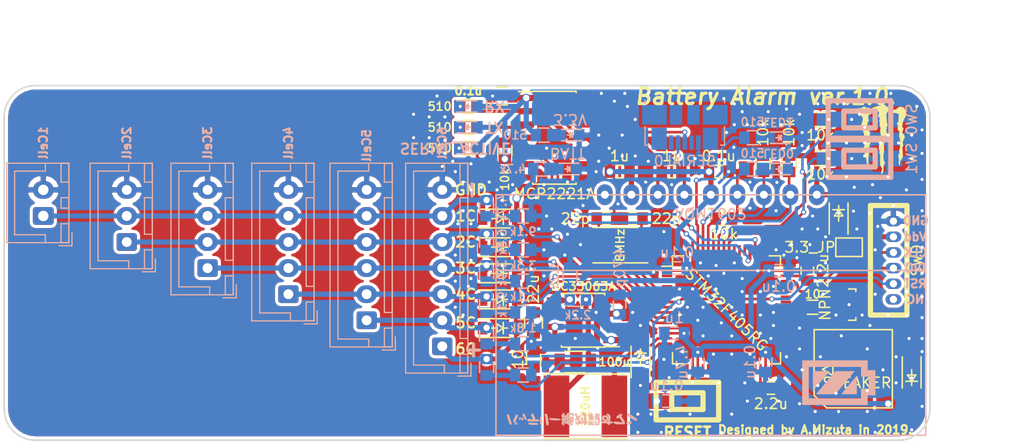
<source format=kicad_pcb>
(kicad_pcb (version 20171130) (host pcbnew "(5.0.2)-1")
  (layers (0 F.Cu signal) (31 B.Cu signal) (34 B.Paste user) (35 F.Paste user) (36 B.SilkS user) (37 F.SilkS user) (38 B.Mask user) (39 F.Mask user) (44 Edge.Cuts user))
  (net 0 "")
  (net 1 /OSC_IN)
  (net 2 GND)
  (net 3 /~NRST)
  (net 4 /OSC_OUT)
  (net 5 +3.3V)
  (net 6 "Net-(C7-Pad1)")
  (net 7 "Net-(C9-Pad1)")
  (net 8 "Net-(C12-Pad1)")
  (net 9 "Net-(C13-Pad2)")
  (net 10 "Net-(C13-Pad1)")
  (net 11 +BATT)
  (net 12 /1cell_batt)
  (net 13 /2cell_batt)
  (net 14 /3cell_batt)
  (net 15 /4cell_batt)
  (net 16 /5cell_batt)
  (net 17 "Net-(D8-Pad1)")
  (net 18 "Net-(D9-Pad1)")
  (net 19 "Net-(D10-Pad1)")
  (net 20 "Net-(JP1-Pad2)")
  (net 21 /SWCLK)
  (net 22 /SWDIO)
  (net 23 "Net-(P1-Pad6)")
  (net 24 "Net-(R1-Pad1)")
  (net 25 /I2C1_SCL)
  (net 26 /ADC12_IN10)
  (net 27 /I2C1_SDA)
  (net 28 /TIM1_CH1)
  (net 29 /ADC12_IN11)
  (net 30 /ADC12_IN12)
  (net 31 /ADC12_IN13)
  (net 32 /ADC12_IN0)
  (net 33 /ADC12_IN1)
  (net 34 "Net-(U1-Pad2)")
  (net 35 "Net-(U1-Pad3)")
  (net 36 "Net-(U1-Pad4)")
  (net 37 "Net-(U1-Pad16)")
  (net 38 "Net-(U1-Pad17)")
  (net 39 "Net-(U1-Pad20)")
  (net 40 "Net-(U1-Pad21)")
  (net 41 "Net-(U1-Pad22)")
  (net 42 "Net-(U1-Pad23)")
  (net 43 "Net-(U1-Pad24)")
  (net 44 "Net-(U1-Pad25)")
  (net 45 "Net-(U1-Pad26)")
  (net 46 "Net-(U1-Pad27)")
  (net 47 "Net-(U1-Pad28)")
  (net 48 "Net-(U1-Pad34)")
  (net 49 "Net-(U1-Pad35)")
  (net 50 "Net-(U1-Pad36)")
  (net 51 "Net-(U1-Pad37)")
  (net 52 "Net-(U1-Pad38)")
  (net 53 "Net-(U1-Pad39)")
  (net 54 "Net-(U1-Pad40)")
  (net 55 "Net-(U1-Pad42)")
  (net 56 "Net-(U1-Pad43)")
  (net 57 "Net-(U1-Pad44)")
  (net 58 "Net-(U1-Pad45)")
  (net 59 "Net-(U1-Pad50)")
  (net 60 "Net-(U1-Pad53)")
  (net 61 "Net-(U1-Pad54)")
  (net 62 "Net-(U1-Pad55)")
  (net 63 "Net-(U2-Pad1)")
  (net 64 "Net-(C15-Pad2)")
  (net 65 "Net-(D12-Pad1)")
  (net 66 "Net-(R23-Pad1)")
  (net 67 "Net-(R24-Pad2)")
  (net 68 /PB4)
  (net 69 "Net-(U1-Pad29)")
  (net 70 "Net-(U1-Pad30)")
  (net 71 "Net-(U1-Pad33)")
  (net 72 /PB8)
  (net 73 /PB9)
  (net 74 "Net-(D13-Pad2)")
  (net 75 "Net-(D14-Pad2)")
  (net 76 "Net-(D15-Pad2)")
  (net 77 "Net-(P3-Pad6)")
  (net 78 "Net-(P3-Pad4)")
  (net 79 /D+)
  (net 80 /D-)
  (net 81 "Net-(P3-Pad1)")
  (net 82 "Net-(R27-Pad1)")
  (net 83 /GP0)
  (net 84 /GP1)
  (net 85 /GP2)
  (net 86 "Net-(U4-Pad8)")
  (net 87 "Net-(U4-Pad9)")
  (net 88 "Net-(U4-Pad10)")
  (net 89 /PB5)
  (net 90 /USART3_TX)
  (net 91 /USART3_RX)
  (net 92 "Net-(D1-Pad2)")
  (net 93 "Net-(D2-Pad2)")
  (net 94 "Net-(D11-Pad1)")
  (net 95 "Net-(Q1-Pad2)")
  (module Mizz_lib:Battery_Killer_logo (layer B.Cu) (at 124.75 104.5)
    (fp_text reference G*** hide)
    (fp_text value LOGO hide)
  )
  (module Mizz_lib:USB_Micro-B_Molex_47346-0001 (layer B.Cu) (at 135.5 76.5)
    (fp_text reference P3 hide)
    (fp_text value SERIAL0 (at 0 3.25 180) (layer B.SilkS) (effects (justify mirror)))
    (pad 6 smd rect (at 0.84 -1.2) (size 1.175 1.9) (layers B.Cu B.Paste B.Mask) (net 77 "Net-(P3-Pad6)"))
    (pad 6 smd rect (at -0.84 -1.2) (size 1.175 1.9) (layers B.Cu B.Paste B.Mask) (net 77 "Net-(P3-Pad6)"))
    (pad 6 smd rect (at 2.91 -1.2) (size 2.375 1.9) (layers B.Cu B.Paste B.Mask) (net 77 "Net-(P3-Pad6)"))
    (pad 6 smd rect (at -2.91 -1.2) (size 2.375 1.9) (layers B.Cu B.Paste B.Mask) (net 77 "Net-(P3-Pad6)"))
    (pad 6 smd rect (at 2.4625 1.1) (size 1.475 2.1) (layers B.Cu B.Paste B.Mask) (net 77 "Net-(P3-Pad6)"))
    (pad 6 smd rect (at -2.4625 1.1) (size 1.475 2.1) (layers B.Cu B.Paste B.Mask) (net 77 "Net-(P3-Pad6)"))
    (pad 5 smd rect (at 1.3 1.46) (size 0.45 1.38) (layers B.Cu B.Paste B.Mask) (net 2 GND))
    (pad 4 smd rect (at 0.65 1.46) (size 0.45 1.38) (layers B.Cu B.Paste B.Mask) (net 78 "Net-(P3-Pad4)"))
    (pad 3 smd rect (at 0 1.46) (size 0.45 1.38) (layers B.Cu B.Paste B.Mask) (net 79 /D+))
    (pad 2 smd rect (at -0.65 1.46) (size 0.45 1.38) (layers B.Cu B.Paste B.Mask) (net 80 /D-))
    (pad 1 smd rect (at -1.3 1.46) (size 0.45 1.38) (layers B.Cu B.Paste B.Mask) (net 81 "Net-(P3-Pad1)"))
  )
  (module Mizz_lib:SOT-123 (layer F.Cu) (at 151.25 93.5 270)
    (fp_text reference Q1 hide)
    (fp_text value NPN (at 0 2.3 270) (layer F.SilkS))
    (pad 1 smd rect (at 0.95 1.00076 270) (size 0.8001 0.8001) (layers F.Cu F.Paste F.Mask) (net 2 GND))
    (pad 2 smd rect (at -0.95 1.00076 270) (size 0.8001 0.8001) (layers F.Cu F.Paste F.Mask) (net 95 "Net-(Q1-Pad2)"))
    (pad 3 smd rect (at 0 -0.99822 270) (size 0.8001 0.8001) (layers F.Cu F.Paste F.Mask) (net 93 "Net-(D2-Pad2)"))
  )
  (module Mizz_lib:LED_0603 (layer B.Cu) (at 144.5 80.5 180)
    (fp_text reference D8 hide)
    (fp_text value LED0 (at 0 1.5 180 unlocked) (layer B.SilkS) (effects (font (size 0.8 0.8)) (justify mirror)))
    (pad 2 smd rect (at -0.88 0) (size 1 1.2) (layers B.Cu B.Paste B.Mask) (net 2 GND))
    (pad 1 smd rect (at 0.88 0) (size 1 1.2) (layers B.Cu B.Paste B.Mask) (net 17 "Net-(D8-Pad1)"))
  )
  (module Mizz_lib:LED_0603 (layer B.Cu) (at 124.25 80.5 180)
    (fp_text reference D9 hide)
    (fp_text value BATT (at 0 1.5 180 unlocked) (layer B.SilkS) (effects (justify mirror)))
    (pad 1 smd rect (at 0.88 0) (size 1 1.2) (layers B.Cu B.Paste B.Mask) (net 18 "Net-(D9-Pad1)"))
    (pad 2 smd rect (at -0.88 0) (size 1 1.2) (layers B.Cu B.Paste B.Mask) (net 2 GND))
  )
  (module Mizz_lib:LED_0603 (layer B.Cu) (at 124.5 77.25 180)
    (fp_text reference D10 hide)
    (fp_text value 3.3V (at 0 1.5 180 unlocked) (layer B.SilkS) (effects (justify mirror)))
    (pad 2 smd rect (at -0.88 0) (size 1 1.2) (layers B.Cu B.Paste B.Mask) (net 2 GND))
    (pad 1 smd rect (at 0.88 0) (size 1 1.2) (layers B.Cu B.Paste B.Mask) (net 19 "Net-(D10-Pad1)"))
  )
  (module Mizz_lib:ZH_6T (layer F.Cu) (at 155.5 85.5 270)
    (fp_text reference P1 hide)
    (fp_text value SWD (at 3.75 -2.25 270) (layer F.SilkS))
    (pad 1 thru_hole oval (at 0 0 270) (size 1 1.524) (drill 0.7) (layers *.Cu *.Mask) (net 2 GND))
    (pad 2 thru_hole oval (at 1.5 0 270) (size 1 1.524) (drill 0.7) (layers *.Cu *.Mask) (net 20 "Net-(JP1-Pad2)"))
    (pad 3 thru_hole oval (at 3 0 270) (size 1 1.524) (drill 0.7) (layers *.Cu *.Mask) (net 21 /SWCLK))
    (pad 4 thru_hole oval (at 4.5 0 270) (size 1 1.524) (drill 0.7) (layers *.Cu *.Mask) (net 22 /SWDIO))
    (pad 5 thru_hole oval (at 6 0 270) (size 1 1.524) (drill 0.7) (layers *.Cu *.Mask) (net 3 /~NRST))
    (pad 6 thru_hole oval (at 7.5 0 270) (size 1 1.524) (drill 0.7) (layers *.Cu *.Mask) (net 23 "Net-(P1-Pad6)"))
  )
  (module Mizz_lib:UGCT7525AN4 (layer F.Cu) (at 152 100 180)
    (fp_text reference SP1 hide)
    (fp_text value SPEAKER (at 0 -1 180) (layer F.SilkS))
    (pad 3 smd rect (at 3.6 3.6 180) (size 2.3 2.3) (layers F.Cu F.Paste F.Mask))
    (pad 2 smd rect (at -3 3.6 180) (size 2.3 2.3) (layers F.Cu F.Paste F.Mask) (net 93 "Net-(D2-Pad2)"))
    (pad 1 smd rect (at -3 -3 180) (size 2.3 2.3) (layers F.Cu F.Paste F.Mask) (net 5 +3.3V))
  )
  (module Mizz_lib:SW_SPST_CK_RS282G05A3 (layer F.Cu) (at 135.75 102.75 180)
    (fp_text reference SW1 hide)
    (fp_text value RESET (at 0 -3 180) (layer F.SilkS) (effects (font (thickness 0.25))))
    (pad 2 smd rect (at -2.8 0 180) (size 2.6 1.5) (layers F.Cu F.Paste F.Mask) (net 2 GND))
    (pad 1 smd rect (at 2.8 0 180) (size 2.6 1.5) (layers F.Cu F.Paste F.Mask) (net 3 /~NRST))
  )
  (module Mizz_lib:SW_SPST_CK_RS282G05A3 (layer B.Cu) (at 152.25 75.75 180)
    (fp_text reference SW2 hide)
    (fp_text value SW0 (at -5 0 90 unlocked) (layer B.SilkS) (effects (justify mirror)))
    (pad 2 smd rect (at -2.8 0 180) (size 2.6 1.5) (layers B.Cu B.Paste B.Mask) (net 2 GND))
    (pad 1 smd rect (at 2.8 0 180) (size 2.6 1.5) (layers B.Cu B.Paste B.Mask) (net 89 /PB5))
  )
  (module Mizz_lib:SW_SPST_CK_RS282G05A3 (layer B.Cu) (at 152.25 79.5 180)
    (fp_text reference SW3 hide)
    (fp_text value SW1 (at -5 0 90 unlocked) (layer B.SilkS) (effects (justify mirror)))
    (pad 1 smd rect (at 2.8 0 180) (size 2.6 1.5) (layers B.Cu B.Paste B.Mask) (net 68 /PB4))
    (pad 2 smd rect (at -2.8 0 180) (size 2.6 1.5) (layers B.Cu B.Paste B.Mask) (net 2 GND))
  )
  (module Housings_QFP:LQFP-64_10x10mm_Pitch0.5mm (layer F.Cu) (at 139.5 94)
    (fp_text reference U1 hide)
    (fp_text value STM32F405RG (at 0 0 -45) (layer F.SilkS))
    (pad 1 smd rect (at -5.7 -3.75) (size 1 0.25) (layers F.Cu F.Paste F.Mask) (net 5 +3.3V))
    (pad 2 smd rect (at -5.7 -3.25) (size 1 0.25) (layers F.Cu F.Paste F.Mask) (net 34 "Net-(U1-Pad2)"))
    (pad 3 smd rect (at -5.7 -2.75) (size 1 0.25) (layers F.Cu F.Paste F.Mask) (net 35 "Net-(U1-Pad3)"))
    (pad 4 smd rect (at -5.7 -2.25) (size 1 0.25) (layers F.Cu F.Paste F.Mask) (net 36 "Net-(U1-Pad4)"))
    (pad 5 smd rect (at -5.7 -1.75) (size 1 0.25) (layers F.Cu F.Paste F.Mask) (net 1 /OSC_IN))
    (pad 6 smd rect (at -5.7 -1.25) (size 1 0.25) (layers F.Cu F.Paste F.Mask) (net 4 /OSC_OUT))
    (pad 7 smd rect (at -5.7 -0.75) (size 1 0.25) (layers F.Cu F.Paste F.Mask) (net 3 /~NRST))
    (pad 8 smd rect (at -5.7 -0.25) (size 1 0.25) (layers F.Cu F.Paste F.Mask) (net 26 /ADC12_IN10))
    (pad 9 smd rect (at -5.7 0.25) (size 1 0.25) (layers F.Cu F.Paste F.Mask) (net 29 /ADC12_IN11))
    (pad 10 smd rect (at -5.7 0.75) (size 1 0.25) (layers F.Cu F.Paste F.Mask) (net 30 /ADC12_IN12))
    (pad 11 smd rect (at -5.7 1.25) (size 1 0.25) (layers F.Cu F.Paste F.Mask) (net 31 /ADC12_IN13))
    (pad 12 smd rect (at -5.7 1.75) (size 1 0.25) (layers F.Cu F.Paste F.Mask) (net 2 GND))
    (pad 13 smd rect (at -5.7 2.25) (size 1 0.25) (layers F.Cu F.Paste F.Mask) (net 5 +3.3V))
    (pad 14 smd rect (at -5.7 2.75) (size 1 0.25) (layers F.Cu F.Paste F.Mask) (net 32 /ADC12_IN0))
    (pad 15 smd rect (at -5.7 3.25) (size 1 0.25) (layers F.Cu F.Paste F.Mask) (net 33 /ADC12_IN1))
    (pad 16 smd rect (at -5.7 3.75) (size 1 0.25) (layers F.Cu F.Paste F.Mask) (net 37 "Net-(U1-Pad16)"))
    (pad 17 smd rect (at -3.75 5.7 90) (size 1 0.25) (layers F.Cu F.Paste F.Mask) (net 38 "Net-(U1-Pad17)"))
    (pad 18 smd rect (at -3.25 5.7 90) (size 1 0.25) (layers F.Cu F.Paste F.Mask) (net 2 GND))
    (pad 19 smd rect (at -2.75 5.7 90) (size 1 0.25) (layers F.Cu F.Paste F.Mask) (net 5 +3.3V))
    (pad 20 smd rect (at -2.25 5.7 90) (size 1 0.25) (layers F.Cu F.Paste F.Mask) (net 39 "Net-(U1-Pad20)"))
    (pad 21 smd rect (at -1.75 5.7 90) (size 1 0.25) (layers F.Cu F.Paste F.Mask) (net 40 "Net-(U1-Pad21)"))
    (pad 22 smd rect (at -1.25 5.7 90) (size 1 0.25) (layers F.Cu F.Paste F.Mask) (net 41 "Net-(U1-Pad22)"))
    (pad 23 smd rect (at -0.75 5.7 90) (size 1 0.25) (layers F.Cu F.Paste F.Mask) (net 42 "Net-(U1-Pad23)"))
    (pad 24 smd rect (at -0.25 5.7 90) (size 1 0.25) (layers F.Cu F.Paste F.Mask) (net 43 "Net-(U1-Pad24)"))
    (pad 25 smd rect (at 0.25 5.7 90) (size 1 0.25) (layers F.Cu F.Paste F.Mask) (net 44 "Net-(U1-Pad25)"))
    (pad 26 smd rect (at 0.75 5.7 90) (size 1 0.25) (layers F.Cu F.Paste F.Mask) (net 45 "Net-(U1-Pad26)"))
    (pad 27 smd rect (at 1.25 5.7 90) (size 1 0.25) (layers F.Cu F.Paste F.Mask) (net 46 "Net-(U1-Pad27)"))
    (pad 28 smd rect (at 1.75 5.7 90) (size 1 0.25) (layers F.Cu F.Paste F.Mask) (net 47 "Net-(U1-Pad28)"))
    (pad 29 smd rect (at 2.25 5.7 90) (size 1 0.25) (layers F.Cu F.Paste F.Mask) (net 69 "Net-(U1-Pad29)"))
    (pad 30 smd rect (at 2.75 5.7 90) (size 1 0.25) (layers F.Cu F.Paste F.Mask) (net 70 "Net-(U1-Pad30)"))
    (pad 31 smd rect (at 3.25 5.7 90) (size 1 0.25) (layers F.Cu F.Paste F.Mask) (net 6 "Net-(C7-Pad1)"))
    (pad 32 smd rect (at 3.75 5.7 90) (size 1 0.25) (layers F.Cu F.Paste F.Mask) (net 5 +3.3V))
    (pad 33 smd rect (at 5.7 3.75) (size 1 0.25) (layers F.Cu F.Paste F.Mask) (net 71 "Net-(U1-Pad33)"))
    (pad 34 smd rect (at 5.7 3.25) (size 1 0.25) (layers F.Cu F.Paste F.Mask) (net 48 "Net-(U1-Pad34)"))
    (pad 35 smd rect (at 5.7 2.75) (size 1 0.25) (layers F.Cu F.Paste F.Mask) (net 49 "Net-(U1-Pad35)"))
    (pad 36 smd rect (at 5.7 2.25) (size 1 0.25) (layers F.Cu F.Paste F.Mask) (net 50 "Net-(U1-Pad36)"))
    (pad 37 smd rect (at 5.7 1.75) (size 1 0.25) (layers F.Cu F.Paste F.Mask) (net 51 "Net-(U1-Pad37)"))
    (pad 38 smd rect (at 5.7 1.25) (size 1 0.25) (layers F.Cu F.Paste F.Mask) (net 52 "Net-(U1-Pad38)"))
    (pad 39 smd rect (at 5.7 0.75) (size 1 0.25) (layers F.Cu F.Paste F.Mask) (net 53 "Net-(U1-Pad39)"))
    (pad 40 smd rect (at 5.7 0.25) (size 1 0.25) (layers F.Cu F.Paste F.Mask) (net 54 "Net-(U1-Pad40)"))
    (pad 41 smd rect (at 5.7 -0.25) (size 1 0.25) (layers F.Cu F.Paste F.Mask) (net 28 /TIM1_CH1))
    (pad 42 smd rect (at 5.7 -0.75) (size 1 0.25) (layers F.Cu F.Paste F.Mask) (net 55 "Net-(U1-Pad42)"))
    (pad 43 smd rect (at 5.7 -1.25) (size 1 0.25) (layers F.Cu F.Paste F.Mask) (net 56 "Net-(U1-Pad43)"))
    (pad 44 smd rect (at 5.7 -1.75) (size 1 0.25) (layers F.Cu F.Paste F.Mask) (net 57 "Net-(U1-Pad44)"))
    (pad 45 smd rect (at 5.7 -2.25) (size 1 0.25) (layers F.Cu F.Paste F.Mask) (net 58 "Net-(U1-Pad45)"))
    (pad 46 smd rect (at 5.7 -2.75) (size 1 0.25) (layers F.Cu F.Paste F.Mask) (net 22 /SWDIO))
    (pad 47 smd rect (at 5.7 -3.25) (size 1 0.25) (layers F.Cu F.Paste F.Mask) (net 7 "Net-(C9-Pad1)"))
    (pad 48 smd rect (at 5.7 -3.75) (size 1 0.25) (layers F.Cu F.Paste F.Mask) (net 5 +3.3V))
    (pad 49 smd rect (at 3.75 -5.7 90) (size 1 0.25) (layers F.Cu F.Paste F.Mask) (net 21 /SWCLK))
    (pad 50 smd rect (at 3.25 -5.7 90) (size 1 0.25) (layers F.Cu F.Paste F.Mask) (net 59 "Net-(U1-Pad50)"))
    (pad 51 smd rect (at 2.75 -5.7 90) (size 1 0.25) (layers F.Cu F.Paste F.Mask) (net 90 /USART3_TX))
    (pad 52 smd rect (at 2.25 -5.7 90) (size 1 0.25) (layers F.Cu F.Paste F.Mask) (net 91 /USART3_RX))
    (pad 53 smd rect (at 1.75 -5.7 90) (size 1 0.25) (layers F.Cu F.Paste F.Mask) (net 60 "Net-(U1-Pad53)"))
    (pad 54 smd rect (at 1.25 -5.7 90) (size 1 0.25) (layers F.Cu F.Paste F.Mask) (net 61 "Net-(U1-Pad54)"))
    (pad 55 smd rect (at 0.75 -5.7 90) (size 1 0.25) (layers F.Cu F.Paste F.Mask) (net 62 "Net-(U1-Pad55)"))
    (pad 56 smd rect (at 0.25 -5.7 90) (size 1 0.25) (layers F.Cu F.Paste F.Mask) (net 68 /PB4))
    (pad 57 smd rect (at -0.25 -5.7 90) (size 1 0.25) (layers F.Cu F.Paste F.Mask) (net 89 /PB5))
    (pad 58 smd rect (at -0.75 -5.7 90) (size 1 0.25) (layers F.Cu F.Paste F.Mask) (net 25 /I2C1_SCL))
    (pad 59 smd rect (at -1.25 -5.7 90) (size 1 0.25) (layers F.Cu F.Paste F.Mask) (net 27 /I2C1_SDA))
    (pad 60 smd rect (at -1.75 -5.7 90) (size 1 0.25) (layers F.Cu F.Paste F.Mask) (net 24 "Net-(R1-Pad1)"))
    (pad 61 smd rect (at -2.25 -5.7 90) (size 1 0.25) (layers F.Cu F.Paste F.Mask) (net 72 /PB8))
    (pad 62 smd rect (at -2.75 -5.7 90) (size 1 0.25) (layers F.Cu F.Paste F.Mask) (net 73 /PB9))
    (pad 63 smd rect (at -3.25 -5.7 90) (size 1 0.25) (layers F.Cu F.Paste F.Mask) (net 2 GND))
    (pad 64 smd rect (at -3.75 -5.7 90) (size 1 0.25) (layers F.Cu F.Paste F.Mask) (net 5 +3.3V))
  )
  (module Mizz_lib:AQM1602 (layer B.Cu) (at 138 94.5)
    (fp_text reference U2 hide)
    (fp_text value AQM1602 (at 0 -9.75 180 unlocked) (layer B.SilkS) (effects (justify mirror)))
    (pad 9 thru_hole oval (at 10.16 -11.535) (size 1.5 2) (drill 0.762) (layers *.Cu *.Mask) (net 5 +3.3V))
    (pad 8 thru_hole oval (at 7.62 -11.535) (size 1.5 2) (drill 0.762) (layers *.Cu *.Mask) (net 25 /I2C1_SCL))
    (pad 7 thru_hole oval (at 5.08 -11.535) (size 1.5 2) (drill 0.762) (layers *.Cu *.Mask) (net 27 /I2C1_SDA))
    (pad 6 thru_hole oval (at 2.54 -11.535) (size 1.5 2) (drill 0.762) (layers *.Cu *.Mask) (net 2 GND))
    (pad 5 thru_hole oval (at 0 -11.535) (size 1.5 2) (drill 0.762) (layers *.Cu *.Mask) (net 5 +3.3V))
    (pad 4 thru_hole oval (at -2.54 -11.535) (size 1.5 2) (drill 0.762) (layers *.Cu *.Mask) (net 9 "Net-(C13-Pad2)"))
    (pad 3 thru_hole oval (at -5.08 -11.535) (size 1.5 2) (drill 0.762) (layers *.Cu *.Mask) (net 10 "Net-(C13-Pad1)"))
    (pad 2 thru_hole oval (at -7.62 -11.535) (size 1.5 2) (drill 0.762) (layers *.Cu *.Mask) (net 8 "Net-(C12-Pad1)"))
    (pad 1 thru_hole oval (at -10.16 -11.535) (size 1.5 2) (drill 0.762) (layers *.Cu *.Mask) (net 63 "Net-(U2-Pad1)"))
  )
  (module Mizz_lib:Crystal_SMD_5032_2Pads (layer F.Cu) (at 129.3 87.8 180)
    (fp_text reference X1 hide)
    (fp_text value 8MHz (at 0 0 -90) (layer F.SilkS) (effects (font (size 0.8 0.8))))
    (pad 1 smd rect (at -2.05 0 180) (size 2 2.4) (layers F.Cu F.Paste F.Mask) (net 1 /OSC_IN))
    (pad 2 smd rect (at 2.05 0 180) (size 2 2.4) (layers F.Cu F.Paste F.Mask) (net 4 /OSC_OUT))
  )
  (module Mizz_lib:LED_0603 (layer B.Cu) (at 144.5 77.5 180)
    (fp_text reference D12 hide)
    (fp_text value LED1 (at 0 1.5 180 unlocked) (layer B.SilkS) (effects (font (size 0.8 0.8)) (justify mirror)))
    (pad 2 smd rect (at -0.88 0) (size 1 1.2) (layers B.Cu B.Paste B.Mask) (net 2 GND))
    (pad 1 smd rect (at 0.88 0) (size 1 1.2) (layers B.Cu B.Paste B.Mask) (net 65 "Net-(D12-Pad1)"))
  )
  (module Capacitors_SMD:C_1206 (layer F.Cu) (at 125 99 180)
    (fp_text reference C14 hide)
    (fp_text value 100u (at -3.75 0) (layer F.SilkS) (effects (font (size 0.8 0.8))))
    (pad 1 smd rect (at -1.5 0 180) (size 1 1.6) (layers F.Cu F.Paste F.Mask) (net 5 +3.3V))
    (pad 2 smd rect (at 1.5 0 180) (size 1 1.6) (layers F.Cu F.Paste F.Mask) (net 2 GND))
  )
  (module Mizz_lib:LED_0603 (layer B.Cu) (at 114.75 74.5)
    (fp_text reference D13 hide)
    (fp_text value RX (at 2.5 0 180 unlocked) (layer B.SilkS) (effects (font (thickness 0.2)) (justify mirror)))
    (pad 1 smd rect (at 0.88 0 180) (size 1 1.2) (layers B.Cu B.Paste B.Mask) (net 5 +3.3V))
    (pad 2 smd rect (at -0.88 0 180) (size 1 1.2) (layers B.Cu B.Paste B.Mask) (net 74 "Net-(D13-Pad2)"))
  )
  (module Mizz_lib:LED_0603 (layer B.Cu) (at 114.75 76.5)
    (fp_text reference D14 hide)
    (fp_text value TX (at 2.5 0 180 unlocked) (layer B.SilkS) (effects (font (thickness 0.2)) (justify mirror)))
    (pad 2 smd rect (at -0.88 0 180) (size 1 1.2) (layers B.Cu B.Paste B.Mask) (net 75 "Net-(D14-Pad2)"))
    (pad 1 smd rect (at 0.88 0 180) (size 1 1.2) (layers B.Cu B.Paste B.Mask) (net 5 +3.3V))
  )
  (module Mizz_lib:LED_0603 (layer B.Cu) (at 114.75 78.5)
    (fp_text reference D15 hide)
    (fp_text value SERIAL_ACTIVE (at -1.25 0 180 unlocked) (layer B.SilkS) (effects (font (thickness 0.2)) (justify mirror)))
    (pad 2 smd rect (at -0.88 0 180) (size 1 1.2) (layers B.Cu B.Paste B.Mask) (net 76 "Net-(D15-Pad2)"))
    (pad 1 smd rect (at 0.88 0 180) (size 1 1.2) (layers B.Cu B.Paste B.Mask) (net 5 +3.3V))
  )
  (module Mizz_lib:C_0603 (layer F.Cu) (at 130.5 85.25 180)
    (fp_text reference C1 hide)
    (fp_text value 22p (at -3.25 0 180) (layer F.SilkS))
    (pad 1 smd rect (at -0.95 0 180) (size 1 1.2) (layers F.Cu F.Paste F.Mask) (net 1 /OSC_IN))
    (pad 2 smd rect (at 0.93 0 180) (size 1 1.2) (layers F.Cu F.Paste F.Mask) (net 2 GND))
  )
  (module Mizz_lib:C_0603 (layer B.Cu) (at 133.75 102.75 180)
    (fp_text reference C2 hide)
    (fp_text value 0.1u (at 0 1.5 180) (layer B.SilkS) (effects (justify mirror)))
    (pad 2 smd rect (at 0.93 0 180) (size 1 1.2) (layers B.Cu B.Paste B.Mask) (net 3 /~NRST))
    (pad 1 smd rect (at -0.95 0 180) (size 1 1.2) (layers B.Cu B.Paste B.Mask) (net 2 GND))
  )
  (module Mizz_lib:C_0603 (layer F.Cu) (at 128 85.25)
    (fp_text reference C3 hide)
    (fp_text value 22p (at -3 0) (layer F.SilkS))
    (pad 2 smd rect (at 0.93 0) (size 1 1.2) (layers F.Cu F.Paste F.Mask) (net 2 GND))
    (pad 1 smd rect (at -0.95 0) (size 1 1.2) (layers F.Cu F.Paste F.Mask) (net 4 /OSC_OUT))
  )
  (module Mizz_lib:C_0603 (layer B.Cu) (at 136.75 99 90)
    (fp_text reference C4 hide)
    (fp_text value 4.7u (at 0 -1.5 90) (layer B.SilkS) (effects (justify mirror)))
    (pad 1 smd rect (at -0.95 0 90) (size 1 1.2) (layers B.Cu B.Paste B.Mask) (net 2 GND))
    (pad 2 smd rect (at 0.93 0 90) (size 1 1.2) (layers B.Cu B.Paste B.Mask) (net 5 +3.3V))
  )
  (module Mizz_lib:C_0603 (layer B.Cu) (at 143.25 99 90)
    (fp_text reference C5 hide)
    (fp_text value 0.1u (at 0 -1.5 90) (layer B.SilkS) (effects (justify mirror)))
    (pad 2 smd rect (at 0.93 0 90) (size 1 1.2) (layers B.Cu B.Paste B.Mask) (net 5 +3.3V))
    (pad 1 smd rect (at -0.95 0 90) (size 1 1.2) (layers B.Cu B.Paste B.Mask) (net 2 GND))
  )
  (module Mizz_lib:C_0603 (layer B.Cu) (at 144.5 90.25 180)
    (fp_text reference C6 hide)
    (fp_text value 0.1u (at 0 -1.5 180) (layer B.SilkS) (effects (justify mirror)))
    (pad 1 smd rect (at -0.95 0 180) (size 1 1.2) (layers B.Cu B.Paste B.Mask) (net 2 GND))
    (pad 2 smd rect (at 0.93 0 180) (size 1 1.2) (layers B.Cu B.Paste B.Mask) (net 5 +3.3V))
  )
  (module Mizz_lib:C_0603 (layer F.Cu) (at 143.75 101.5)
    (fp_text reference C7 hide)
    (fp_text value 2.2u (at 0 1.5) (layer F.SilkS))
    (pad 2 smd rect (at 0.93 0) (size 1 1.2) (layers F.Cu F.Paste F.Mask) (net 2 GND))
    (pad 1 smd rect (at -0.95 0) (size 1 1.2) (layers F.Cu F.Paste F.Mask) (net 6 "Net-(C7-Pad1)"))
  )
  (module Mizz_lib:C_0603 (layer B.Cu) (at 134.75 90)
    (fp_text reference C8 hide)
    (fp_text value 0.1u (at 0 -1.5) (layer B.SilkS) (effects (justify mirror)))
    (pad 2 smd rect (at 0.93 0) (size 1 1.2) (layers B.Cu B.Paste B.Mask) (net 5 +3.3V))
    (pad 1 smd rect (at -0.95 0) (size 1 1.2) (layers B.Cu B.Paste B.Mask) (net 2 GND))
  )
  (module Mizz_lib:C_0603 (layer F.Cu) (at 147.25 90.25 90)
    (fp_text reference C9 hide)
    (fp_text value 2.2u (at 0 1.5 90) (layer F.SilkS))
    (pad 1 smd rect (at -0.95 0 90) (size 1 1.2) (layers F.Cu F.Paste F.Mask) (net 7 "Net-(C9-Pad1)"))
    (pad 2 smd rect (at 0.93 0 90) (size 1 1.2) (layers F.Cu F.Paste F.Mask) (net 2 GND))
  )
  (module Mizz_lib:C_0603 (layer B.Cu) (at 134.5 96.25)
    (fp_text reference C10 hide)
    (fp_text value 1u (at 0 -1.5) (layer B.SilkS) (effects (justify mirror)))
    (pad 1 smd rect (at -0.95 0) (size 1 1.2) (layers B.Cu B.Paste B.Mask) (net 2 GND))
    (pad 2 smd rect (at 0.93 0) (size 1 1.2) (layers B.Cu B.Paste B.Mask) (net 5 +3.3V))
  )
  (module Mizz_lib:C_0603 (layer F.Cu) (at 138.75 80.75 180)
    (fp_text reference C11 hide)
    (fp_text value 0.1u (at 0 1.5 180) (layer F.SilkS))
    (pad 2 smd rect (at 0.93 0 180) (size 1 1.2) (layers F.Cu F.Paste F.Mask) (net 5 +3.3V))
    (pad 1 smd rect (at -0.95 0 180) (size 1 1.2) (layers F.Cu F.Paste F.Mask) (net 2 GND))
  )
  (module Mizz_lib:C_0603 (layer F.Cu) (at 129.25 80.75 180)
    (fp_text reference C12 hide)
    (fp_text value 1u (at 0 1.5 180) (layer F.SilkS))
    (pad 1 smd rect (at -0.95 0 180) (size 1 1.2) (layers F.Cu F.Paste F.Mask) (net 8 "Net-(C12-Pad1)"))
    (pad 2 smd rect (at 0.93 0 180) (size 1 1.2) (layers F.Cu F.Paste F.Mask) (net 5 +3.3V))
  )
  (module Mizz_lib:C_0603 (layer F.Cu) (at 134.25 80.75)
    (fp_text reference C13 hide)
    (fp_text value 1u (at 0 -1.5) (layer F.SilkS))
    (pad 1 smd rect (at -0.95 0) (size 1 1.2) (layers F.Cu F.Paste F.Mask) (net 10 "Net-(C13-Pad1)"))
    (pad 2 smd rect (at 0.93 0) (size 1 1.2) (layers F.Cu F.Paste F.Mask) (net 9 "Net-(C13-Pad2)"))
  )
  (module Mizz_lib:C_0603 (layer B.Cu) (at 129.25 93.5 270)
    (fp_text reference C15 hide)
    (fp_text value 470p (at -3.5 0 270) (layer B.SilkS) (effects (justify mirror)))
    (pad 2 smd rect (at 0.93 0 270) (size 1 1.2) (layers B.Cu B.Paste B.Mask) (net 64 "Net-(C15-Pad2)"))
    (pad 1 smd rect (at -0.95 0 270) (size 1 1.2) (layers B.Cu B.Paste B.Mask) (net 2 GND))
  )
  (module Mizz_lib:C_0805 (layer F.Cu) (at 121 95.25 90)
    (fp_text reference C16 hide)
    (fp_text value 22u (at 3.25 0 90) (layer F.SilkS))
    (pad 1 smd rect (at -1 0 90) (size 1 1.25) (layers F.Cu F.Paste F.Mask) (net 2 GND))
    (pad 2 smd rect (at 1 0 90) (size 1 1.25) (layers F.Cu F.Paste F.Mask) (net 11 +BATT))
  )
  (module Mizz_lib:C_0805 (layer F.Cu) (at 118 73.5 180)
    (fp_text reference C17 hide)
    (fp_text value 0.1u (at 3.25 0.5 180) (layer F.SilkS) (effects (font (size 0.8 0.8) (thickness 0.2))))
    (pad 2 smd rect (at 1 0 180) (size 1 1.25) (layers F.Cu F.Paste F.Mask) (net 2 GND))
    (pad 1 smd rect (at -1 0 180) (size 1 1.25) (layers F.Cu F.Paste F.Mask) (net 5 +3.3V))
  )
  (module Mizz_lib:GS2 (layer F.Cu) (at 151.25 88 90)
    (fp_text reference JP1 hide)
    (fp_text value 3.3_JP (at 0 -3.75 180) (layer F.SilkS))
    (pad 1 smd rect (at 0 -0.635 90) (size 1.27 0.9652) (layers F.Cu F.Paste F.Mask) (net 92 "Net-(D1-Pad2)"))
    (pad 2 smd rect (at 0 0.635 90) (size 1.27 0.9652) (layers F.Cu F.Paste F.Mask) (net 20 "Net-(JP1-Pad2)"))
  )
  (module Mizz_lib:R_0603 (layer F.Cu) (at 139.25 85.25)
    (fp_text reference R1 hide)
    (fp_text value 10k (at 0 1.5) (layer F.SilkS))
    (pad 2 smd rect (at 0.78 0) (size 1 1.2) (layers F.Cu F.Paste F.Mask) (net 2 GND))
    (pad 1 smd rect (at -0.78 0) (size 1 1.2) (layers F.Cu F.Paste F.Mask) (net 24 "Net-(R1-Pad1)"))
  )
  (module Mizz_lib:R_0603 (layer F.Cu) (at 145.5 80 270)
    (fp_text reference R2 hide)
    (fp_text value 10k (at -3 0 270) (layer F.SilkS))
    (pad 2 smd rect (at 0.78 0 270) (size 1 1.2) (layers F.Cu F.Paste F.Mask) (net 25 /I2C1_SCL))
    (pad 1 smd rect (at -0.78 0 270) (size 1 1.2) (layers F.Cu F.Paste F.Mask) (net 5 +3.3V))
  )
  (module Mizz_lib:R_0603 (layer B.Cu) (at 116.5 84.25 90)
    (fp_text reference R3 hide)
    (fp_text value 4.7k (at 0 1.5 90) (layer B.SilkS) (effects (font (size 0.8 0.8)) (justify mirror)))
    (pad 1 smd rect (at -0.78 0 90) (size 1 1.2) (layers B.Cu B.Paste B.Mask) (net 26 /ADC12_IN10))
    (pad 2 smd rect (at 0.78 0 90) (size 1 1.2) (layers B.Cu B.Paste B.Mask) (net 12 /1cell_batt))
  )
  (module Mizz_lib:R_0603 (layer B.Cu) (at 120 85 180)
    (fp_text reference R4 hide)
    (fp_text value 9.1k (at 0 -1.5 180) (layer B.SilkS) (effects (font (size 0.8 0.8)) (justify mirror)))
    (pad 1 smd rect (at -0.78 0 180) (size 1 1.2) (layers B.Cu B.Paste B.Mask) (net 2 GND))
    (pad 2 smd rect (at 0.78 0 180) (size 1 1.2) (layers B.Cu B.Paste B.Mask) (net 26 /ADC12_IN10))
  )
  (module Mizz_lib:R_0603 (layer F.Cu) (at 143 80 270)
    (fp_text reference R5 hide)
    (fp_text value 10k (at -3 0 270) (layer F.SilkS))
    (pad 2 smd rect (at 0.78 0 270) (size 1 1.2) (layers F.Cu F.Paste F.Mask) (net 27 /I2C1_SDA))
    (pad 1 smd rect (at -0.78 0 270) (size 1 1.2) (layers F.Cu F.Paste F.Mask) (net 5 +3.3V))
  )
  (module Mizz_lib:R_0603 (layer F.Cu) (at 147.75 93.75 180)
    (fp_text reference R6 hide)
    (fp_text value 10 (at 0 1.25 180) (layer F.SilkS) (effects (font (size 0.8 0.8))))
    (pad 2 smd rect (at 0.78 0 180) (size 1 1.2) (layers F.Cu F.Paste F.Mask) (net 28 /TIM1_CH1))
    (pad 1 smd rect (at -0.78 0 180) (size 1 1.2) (layers F.Cu F.Paste F.Mask) (net 95 "Net-(Q1-Pad2)"))
  )
  (module Mizz_lib:R_0603 (layer B.Cu) (at 116.5 87.5 90)
    (fp_text reference R7 hide)
    (fp_text value 6.8k (at 0 1.5 90) (layer B.SilkS) (effects (font (size 0.8 0.8)) (justify mirror)))
    (pad 2 smd rect (at 0.78 0 90) (size 1 1.2) (layers B.Cu B.Paste B.Mask) (net 13 /2cell_batt))
    (pad 1 smd rect (at -0.78 0 90) (size 1 1.2) (layers B.Cu B.Paste B.Mask) (net 29 /ADC12_IN11))
  )
  (module Mizz_lib:R_0603 (layer B.Cu) (at 120 88.25 180)
    (fp_text reference R8 hide)
    (fp_text value 3.3k (at 0 -1.5 180) (layer B.SilkS) (effects (font (size 0.8 0.8)) (justify mirror)))
    (pad 2 smd rect (at 0.78 0 180) (size 1 1.2) (layers B.Cu B.Paste B.Mask) (net 29 /ADC12_IN11))
    (pad 1 smd rect (at -0.78 0 180) (size 1 1.2) (layers B.Cu B.Paste B.Mask) (net 2 GND))
  )
  (module Mizz_lib:R_0603 (layer B.Cu) (at 116.5 90.5 90)
    (fp_text reference R10 hide)
    (fp_text value 3.9k (at 0 1.5 90) (layer B.SilkS) (effects (font (size 0.8 0.8)) (justify mirror)))
    (pad 1 smd rect (at -0.78 0 90) (size 1 1.2) (layers B.Cu B.Paste B.Mask) (net 30 /ADC12_IN12))
    (pad 2 smd rect (at 0.78 0 90) (size 1 1.2) (layers B.Cu B.Paste B.Mask) (net 14 /3cell_batt))
  )
  (module Mizz_lib:R_0603 (layer B.Cu) (at 120 91.25 180)
    (fp_text reference R11 hide)
    (fp_text value 1.1k (at 0 -1.5 180) (layer B.SilkS) (effects (font (size 0.8 0.8)) (justify mirror)))
    (pad 2 smd rect (at 0.78 0 180) (size 1 1.2) (layers B.Cu B.Paste B.Mask) (net 30 /ADC12_IN12))
    (pad 1 smd rect (at -0.78 0 180) (size 1 1.2) (layers B.Cu B.Paste B.Mask) (net 2 GND))
  )
  (module Mizz_lib:R_0603 (layer B.Cu) (at 116.5 93.5 90)
    (fp_text reference R12 hide)
    (fp_text value 9.1k (at 0 1.5 90) (layer B.SilkS) (effects (font (size 0.8 0.8)) (justify mirror)))
    (pad 1 smd rect (at -0.78 0 90) (size 1 1.2) (layers B.Cu B.Paste B.Mask) (net 31 /ADC12_IN13))
    (pad 2 smd rect (at 0.78 0 90) (size 1 1.2) (layers B.Cu B.Paste B.Mask) (net 15 /4cell_batt))
  )
  (module Mizz_lib:R_0603 (layer B.Cu) (at 120 94.25 180)
    (fp_text reference R13 hide)
    (fp_text value 1.8k (at 0 -1.5 180) (layer B.SilkS) (effects (font (size 0.8 0.8)) (justify mirror)))
    (pad 2 smd rect (at 0.78 0 180) (size 1 1.2) (layers B.Cu B.Paste B.Mask) (net 31 /ADC12_IN13))
    (pad 1 smd rect (at -0.78 0 180) (size 1 1.2) (layers B.Cu B.Paste B.Mask) (net 2 GND))
  )
  (module Mizz_lib:R_0603 (layer F.Cu) (at 148.5 75.75)
    (fp_text reference R14 hide)
    (fp_text value 10k (at 0 1.5) (layer F.SilkS))
    (pad 1 smd rect (at -0.78 0) (size 1 1.2) (layers F.Cu F.Paste F.Mask) (net 5 +3.3V))
    (pad 2 smd rect (at 0.78 0) (size 1 1.2) (layers F.Cu F.Paste F.Mask) (net 89 /PB5))
  )
  (module Mizz_lib:R_0603 (layer F.Cu) (at 148.5 79.5)
    (fp_text reference R15 hide)
    (fp_text value 10k (at 0 1.5) (layer F.SilkS))
    (pad 1 smd rect (at -0.78 0) (size 1 1.2) (layers F.Cu F.Paste F.Mask) (net 5 +3.3V))
    (pad 2 smd rect (at 0.78 0) (size 1 1.2) (layers F.Cu F.Paste F.Mask) (net 68 /PB4))
  )
  (module Mizz_lib:R_0603 (layer B.Cu) (at 121.75 80.5 180)
    (fp_text reference R16 hide)
    (fp_text value 4.7k (at 2.75 0 180) (layer B.SilkS) (effects (font (size 0.8 0.8)) (justify mirror)))
    (pad 2 smd rect (at 0.78 0 180) (size 1 1.2) (layers B.Cu B.Paste B.Mask) (net 11 +BATT))
    (pad 1 smd rect (at -0.78 0 180) (size 1 1.2) (layers B.Cu B.Paste B.Mask) (net 18 "Net-(D9-Pad1)"))
  )
  (module Mizz_lib:R_0603 (layer B.Cu) (at 122 77.25 180)
    (fp_text reference R17 hide)
    (fp_text value 510 (at 2.75 0 180) (layer B.SilkS) (effects (font (size 0.8 0.8)) (justify mirror)))
    (pad 1 smd rect (at -0.78 0 180) (size 1 1.2) (layers B.Cu B.Paste B.Mask) (net 19 "Net-(D10-Pad1)"))
    (pad 2 smd rect (at 0.78 0 180) (size 1 1.2) (layers B.Cu B.Paste B.Mask) (net 5 +3.3V))
  )
  (module Mizz_lib:R_0603 (layer B.Cu) (at 142 80.5)
    (fp_text reference R20 hide)
    (fp_text value 510 (at 0 -1.5 180) (layer B.SilkS) (effects (font (size 0.8 0.8)) (justify mirror)))
    (pad 2 smd rect (at 0.78 0) (size 1 1.2) (layers B.Cu B.Paste B.Mask) (net 17 "Net-(D8-Pad1)"))
    (pad 1 smd rect (at -0.78 0) (size 1 1.2) (layers B.Cu B.Paste B.Mask) (net 72 /PB8))
  )
  (module Mizz_lib:R_0603 (layer B.Cu) (at 124.5 90.75 90)
    (fp_text reference R23 hide)
    (fp_text value 1.2k (at 0 -1.5 90) (layer B.SilkS) (effects (font (size 0.8 0.8)) (justify mirror)))
    (pad 1 smd rect (at -0.78 0 90) (size 1 1.2) (layers B.Cu B.Paste B.Mask) (net 66 "Net-(R23-Pad1)"))
    (pad 2 smd rect (at 0.78 0 90) (size 1 1.2) (layers B.Cu B.Paste B.Mask) (net 2 GND))
  )
  (module Mizz_lib:R_0603 (layer F.Cu) (at 121 98.75 90)
    (fp_text reference R24 hide)
    (fp_text value 10 (at 0 -1.5 90) (layer F.SilkS))
    (pad 2 smd rect (at 0.78 0 90) (size 1 1.2) (layers F.Cu F.Paste F.Mask) (net 67 "Net-(R24-Pad2)"))
    (pad 1 smd rect (at -0.78 0 90) (size 1 1.2) (layers F.Cu F.Paste F.Mask) (net 11 +BATT))
  )
  (module Mizz_lib:R_0603 (layer B.Cu) (at 125.25 93 180)
    (fp_text reference R25 hide)
    (fp_text value 2.2k (at 0 -1.5 180) (layer B.SilkS) (effects (font (size 0.8 0.8)) (justify mirror)))
    (pad 1 smd rect (at -0.78 0 180) (size 1 1.2) (layers B.Cu B.Paste B.Mask) (net 5 +3.3V))
    (pad 2 smd rect (at 0.78 0 180) (size 1 1.2) (layers B.Cu B.Paste B.Mask) (net 66 "Net-(R23-Pad1)"))
  )
  (module Mizz_lib:R_0603 (layer B.Cu) (at 142 77.5)
    (fp_text reference R26 hide)
    (fp_text value 510 (at 0 -1.5 180) (layer B.SilkS) (effects (font (size 0.8 0.8)) (justify mirror)))
    (pad 1 smd rect (at -0.78 0) (size 1 1.2) (layers B.Cu B.Paste B.Mask) (net 73 /PB9))
    (pad 2 smd rect (at 0.78 0) (size 1 1.2) (layers B.Cu B.Paste B.Mask) (net 65 "Net-(D12-Pad1)"))
  )
  (module Mizz_lib:R_0603 (layer F.Cu) (at 118.25 78.75 270)
    (fp_text reference R27 hide)
    (fp_text value 10k (at 2.75 0 270) (layer F.SilkS) (effects (font (size 0.8 0.8))))
    (pad 1 smd rect (at -0.78 0 270) (size 1 1.2) (layers F.Cu F.Paste F.Mask) (net 82 "Net-(R27-Pad1)"))
    (pad 2 smd rect (at 0.78 0 270) (size 1 1.2) (layers F.Cu F.Paste F.Mask) (net 5 +3.3V))
  )
  (module Mizz_lib:R_0603 (layer F.Cu) (at 114.75 74.5 180)
    (fp_text reference R28 hide)
    (fp_text value 510 (at 2.75 0 180) (layer F.SilkS) (effects (font (size 0.8 0.8))))
    (pad 2 smd rect (at 0.78 0 180) (size 1 1.2) (layers F.Cu F.Paste F.Mask) (net 74 "Net-(D13-Pad2)"))
    (pad 1 smd rect (at -0.78 0 180) (size 1 1.2) (layers F.Cu F.Paste F.Mask) (net 83 /GP0))
  )
  (module Mizz_lib:R_0603 (layer F.Cu) (at 114.75 76.5 180)
    (fp_text reference R29 hide)
    (fp_text value 510 (at 2.75 0 180) (layer F.SilkS) (effects (font (size 0.8 0.8))))
    (pad 1 smd rect (at -0.78 0 180) (size 1 1.2) (layers F.Cu F.Paste F.Mask) (net 84 /GP1))
    (pad 2 smd rect (at 0.78 0 180) (size 1 1.2) (layers F.Cu F.Paste F.Mask) (net 75 "Net-(D14-Pad2)"))
  )
  (module Mizz_lib:R_0603 (layer F.Cu) (at 114.75 78.5 180)
    (fp_text reference R30 hide)
    (fp_text value 510 (at 2.75 0 180) (layer F.SilkS) (effects (font (size 0.8 0.8))))
    (pad 1 smd rect (at -0.78 0 180) (size 1 1.2) (layers F.Cu F.Paste F.Mask) (net 85 /GP2))
    (pad 2 smd rect (at 0.78 0 180) (size 1 1.2) (layers F.Cu F.Paste F.Mask) (net 76 "Net-(D15-Pad2)"))
  )
  (module Mizz_lib:SOIC-8_3.9x4.9mm_Pitch1.27mm (layer F.Cu) (at 125.75 95 180)
    (fp_text reference U3 hide)
    (fp_text value MC33063A (at 0 3.25 180) (layer F.SilkS) (effects (font (size 0.8 0.8))))
    (pad 1 smd rect (at -2.7 -1.905 180) (size 1.55 0.6) (layers F.Cu F.Paste F.Mask) (net 67 "Net-(R24-Pad2)"))
    (pad 2 smd rect (at -2.7 -0.635 180) (size 1.55 0.6) (layers F.Cu F.Paste F.Mask) (net 94 "Net-(D11-Pad1)"))
    (pad 3 smd rect (at -2.7 0.635 180) (size 1.55 0.6) (layers F.Cu F.Paste F.Mask) (net 64 "Net-(C15-Pad2)"))
    (pad 4 smd rect (at -2.7 1.905 180) (size 1.55 0.6) (layers F.Cu F.Paste F.Mask) (net 2 GND))
    (pad 5 smd rect (at 2.7 1.905 180) (size 1.55 0.6) (layers F.Cu F.Paste F.Mask) (net 66 "Net-(R23-Pad1)"))
    (pad 6 smd rect (at 2.7 0.635 180) (size 1.55 0.6) (layers F.Cu F.Paste F.Mask) (net 11 +BATT))
    (pad 7 smd rect (at 2.7 -0.635 180) (size 1.55 0.6) (layers F.Cu F.Paste F.Mask) (net 67 "Net-(R24-Pad2)"))
    (pad 8 smd rect (at 2.7 -1.905 180) (size 1.55 0.6) (layers F.Cu F.Paste F.Mask) (net 67 "Net-(R24-Pad2)"))
  )
  (module Mizz_lib:SOIC-14_3.9x8.7mm_Pitch1.27mm (layer F.Cu) (at 123 77.5)
    (fp_text reference U4 hide)
    (fp_text value MCP2221A (at 0 5.375) (layer F.SilkS))
    (pad 1 smd rect (at -2.7 -3.81) (size 1.5 0.6) (layers F.Cu F.Paste F.Mask) (net 5 +3.3V))
    (pad 2 smd rect (at -2.7 -2.54) (size 1.5 0.6) (layers F.Cu F.Paste F.Mask) (net 83 /GP0))
    (pad 3 smd rect (at -2.7 -1.27) (size 1.5 0.6) (layers F.Cu F.Paste F.Mask) (net 84 /GP1))
    (pad 4 smd rect (at -2.7 0) (size 1.5 0.6) (layers F.Cu F.Paste F.Mask) (net 82 "Net-(R27-Pad1)"))
    (pad 5 smd rect (at -2.7 1.27) (size 1.5 0.6) (layers F.Cu F.Paste F.Mask) (net 90 /USART3_TX))
    (pad 6 smd rect (at -2.7 2.54) (size 1.5 0.6) (layers F.Cu F.Paste F.Mask) (net 91 /USART3_RX))
    (pad 7 smd rect (at -2.7 3.81) (size 1.5 0.6) (layers F.Cu F.Paste F.Mask) (net 85 /GP2))
    (pad 8 smd rect (at 2.7 3.81) (size 1.5 0.6) (layers F.Cu F.Paste F.Mask) (net 86 "Net-(U4-Pad8)"))
    (pad 9 smd rect (at 2.7 2.54) (size 1.5 0.6) (layers F.Cu F.Paste F.Mask) (net 87 "Net-(U4-Pad9)"))
    (pad 10 smd rect (at 2.7 1.27) (size 1.5 0.6) (layers F.Cu F.Paste F.Mask) (net 88 "Net-(U4-Pad10)"))
    (pad 11 smd rect (at 2.7 0) (size 1.5 0.6) (layers F.Cu F.Paste F.Mask) (net 5 +3.3V))
    (pad 12 smd rect (at 2.7 -1.27) (size 1.5 0.6) (layers F.Cu F.Paste F.Mask) (net 80 /D-))
    (pad 13 smd rect (at 2.7 -2.54) (size 1.5 0.6) (layers F.Cu F.Paste F.Mask) (net 79 /D+))
    (pad 14 smd rect (at 2.7 -3.81) (size 1.5 0.6) (layers F.Cu F.Paste F.Mask) (net 2 GND))
  )
  (module Resistors_SMD:R_0603 (layer B.Cu) (at 116.5 96.5 90)
    (fp_text reference R18 hide)
    (fp_text value 1.3k)
    (pad 1 smd rect (at -0.78 0 90) (size 1 1.2) (layers B.Cu B.Paste B.Mask) (net 32 /ADC12_IN0))
    (pad 2 smd rect (at 0.78 0 90) (size 1 1.2) (layers B.Cu B.Paste B.Mask) (net 16 /5cell_batt))
  )
  (module Resistors_SMD:R_0603 (layer B.Cu) (at 120 97.25 180)
    (fp_text reference R19 hide)
    (fp_text value 200)
    (pad 2 smd rect (at 0.78 0 180) (size 1 1.2) (layers B.Cu B.Paste B.Mask) (net 32 /ADC12_IN0))
    (pad 1 smd rect (at -0.78 0 180) (size 1 1.2) (layers B.Cu B.Paste B.Mask) (net 2 GND))
  )
  (module Resistors_SMD:R_0603 (layer B.Cu) (at 116.5 99.5 90)
    (fp_text reference R21 hide)
    (fp_text value 1.3k)
    (pad 2 smd rect (at 0.78 0 90) (size 1 1.2) (layers B.Cu B.Paste B.Mask) (net 11 +BATT))
    (pad 1 smd rect (at -0.78 0 90) (size 1 1.2) (layers B.Cu B.Paste B.Mask) (net 33 /ADC12_IN1))
  )
  (module Resistors_SMD:R_0603 (layer B.Cu) (at 120 100.25 180)
    (fp_text reference R22 hide)
    (fp_text value 160)
    (pad 1 smd rect (at -0.78 0 180) (size 1 1.2) (layers B.Cu B.Paste B.Mask) (net 2 GND))
    (pad 2 smd rect (at 0.78 0 180) (size 1 1.2) (layers B.Cu B.Paste B.Mask) (net 33 /ADC12_IN1))
  )
  (module Mizz_lib:SOD-123 (layer F.Cu) (at 131.25 98.5 90)
    (fp_text reference D11 hide)
    (fp_text value DIODE hide)
    (pad 2 smd rect (at -1.635 0 90) (size 0.91 1.22) (layers F.Cu F.Paste F.Mask) (net 2 GND))
    (pad 1 smd rect (at 1.635 0 90) (size 0.91 1.22) (layers F.Cu F.Paste F.Mask) (net 94 "Net-(D11-Pad1)"))
  )
  (module Mizz_lib:SOD-123 (layer F.Cu) (at 117.75 85.25)
    (fp_text reference D3 hide)
    (fp_text value DIODE hide)
    (pad 2 smd rect (at -1.635 0) (size 0.91 1.22) (layers F.Cu F.Paste F.Mask) (net 12 /1cell_batt))
    (pad 1 smd rect (at 1.635 0) (size 0.91 1.22) (layers F.Cu F.Paste F.Mask) (net 11 +BATT))
  )
  (module Mizz_lib:SOD-123 (layer F.Cu) (at 117.75 88)
    (fp_text reference D4 hide)
    (fp_text value DIODE hide)
    (pad 2 smd rect (at -1.635 0) (size 0.91 1.22) (layers F.Cu F.Paste F.Mask) (net 13 /2cell_batt))
    (pad 1 smd rect (at 1.635 0) (size 0.91 1.22) (layers F.Cu F.Paste F.Mask) (net 11 +BATT))
  )
  (module Mizz_lib:SOD-123 (layer F.Cu) (at 117.75 90.5)
    (fp_text reference D5 hide)
    (fp_text value DIODE hide)
    (pad 1 smd rect (at 1.635 0) (size 0.91 1.22) (layers F.Cu F.Paste F.Mask) (net 11 +BATT))
    (pad 2 smd rect (at -1.635 0) (size 0.91 1.22) (layers F.Cu F.Paste F.Mask) (net 14 /3cell_batt))
  )
  (module Mizz_lib:SOD-123 (layer F.Cu) (at 117.75 93)
    (fp_text reference D6 hide)
    (fp_text value DIODE hide)
    (pad 2 smd rect (at -1.635 0) (size 0.91 1.22) (layers F.Cu F.Paste F.Mask) (net 15 /4cell_batt))
    (pad 1 smd rect (at 1.635 0) (size 0.91 1.22) (layers F.Cu F.Paste F.Mask) (net 11 +BATT))
  )
  (module Mizz_lib:SOD-123 (layer F.Cu) (at 117.75 95.75)
    (fp_text reference D7 hide)
    (fp_text value DIODE hide)
    (pad 2 smd rect (at -1.635 0) (size 0.91 1.22) (layers F.Cu F.Paste F.Mask) (net 16 /5cell_batt))
    (pad 1 smd rect (at 1.635 0) (size 0.91 1.22) (layers F.Cu F.Paste F.Mask) (net 11 +BATT))
  )
  (module Mizz_lib:SOD-123 (layer F.Cu) (at 150.25 84.75 90)
    (fp_text reference D1 hide)
    (fp_text value DIODE hide)
    (pad 2 smd rect (at -1.635 0 90) (size 0.91 1.22) (layers F.Cu F.Paste F.Mask) (net 92 "Net-(D1-Pad2)"))
    (pad 1 smd rect (at 1.635 0 90) (size 0.91 1.22) (layers F.Cu F.Paste F.Mask) (net 5 +3.3V))
  )
  (module Mizz_lib:Mini_Monster (layer F.Cu) (at 154.25 77.65)
    (fp_text reference U5 hide)
    (fp_text value LOGO hide)
  )
  (module Mizz_lib:Battery_logo_7.0x7.0 (layer B.Cu) (at 150.25 101)
    (fp_text reference U6 hide)
    (fp_text value LOGO hide)
  )
  (module Mizz_lib:Inductor_Taiyo-Yuden_NR-60xx_HandSoldering (layer F.Cu) (at 125.975 103.25)
    (fp_text reference L1 hide)
    (fp_text value 220uH (at 0 0 90) (layer F.SilkS) (effects (font (size 0.8 0.8) (thickness 0.2))))
    (pad 1 smd rect (at -2.775 0) (size 2.45 5.9) (layers F.Cu F.Paste F.Mask) (net 5 +3.3V))
    (pad 2 smd rect (at 2.775 0) (size 2.45 5.9) (layers F.Cu F.Paste F.Mask) (net 94 "Net-(D11-Pad1)"))
  )
  (module Mizz_lib:SOD-123 (layer F.Cu) (at 157.25 100.5 270)
    (fp_text reference D2 hide)
    (fp_text value DIODE hide)
    (pad 2 smd rect (at -1.635 0 270) (size 0.91 1.22) (layers F.Cu F.Paste F.Mask) (net 93 "Net-(D2-Pad2)"))
    (pad 1 smd rect (at 1.635 0 270) (size 0.91 1.22) (layers F.Cu F.Paste F.Mask) (net 5 +3.3V))
  )
  (module Connector_JST:JST_XH_B7B-XH-A_1x07_P2.50mm_Vertical (layer B.Cu) (at 112.25 97.5 90)
    (fp_text reference P2 hide)
    (fp_text value 6Cell (at 19.5 0 90) (layer B.SilkS) (effects (font (size 0.8 0.8) (thickness 0.2)) (justify mirror)))
    (pad 1 thru_hole roundrect (at 0 0 90) (size 1.7 1.95) (drill 0.95) (layers *.Cu *.Mask) (roundrect_rratio 0.147059) (net 11 +BATT))
    (pad 2 thru_hole oval (at 2.5 0 90) (size 1.7 1.95) (drill 0.95) (layers *.Cu *.Mask) (net 16 /5cell_batt))
    (pad 3 thru_hole oval (at 5 0 90) (size 1.7 1.95) (drill 0.95) (layers *.Cu *.Mask) (net 15 /4cell_batt))
    (pad 4 thru_hole oval (at 7.5 0 90) (size 1.7 1.95) (drill 0.95) (layers *.Cu *.Mask) (net 14 /3cell_batt))
    (pad 5 thru_hole oval (at 10 0 90) (size 1.7 1.95) (drill 0.95) (layers *.Cu *.Mask) (net 13 /2cell_batt))
    (pad 6 thru_hole oval (at 12.5 0 90) (size 1.7 1.95) (drill 0.95) (layers *.Cu *.Mask) (net 12 /1cell_batt))
    (pad 7 thru_hole oval (at 15 0 90) (size 1.7 1.95) (drill 0.95) (layers *.Cu *.Mask) (net 2 GND))
  )
  (module Connector_JST:JST_XH_B5B-XH-A_1x05_P2.50mm_Vertical (layer B.Cu) (at 97.5 92.5 90)
    (fp_text reference P4 hide)
    (fp_text value 4Cell (at 14.5 0 90) (layer B.SilkS) (effects (font (size 0.8 0.8) (thickness 0.2)) (justify mirror)))
    (pad 1 thru_hole roundrect (at 0 0 90) (size 1.7 1.95) (drill 0.95) (layers *.Cu *.Mask) (roundrect_rratio 0.147059) (net 15 /4cell_batt))
    (pad 2 thru_hole oval (at 2.5 0 90) (size 1.7 1.95) (drill 0.95) (layers *.Cu *.Mask) (net 14 /3cell_batt))
    (pad 3 thru_hole oval (at 5 0 90) (size 1.7 1.95) (drill 0.95) (layers *.Cu *.Mask) (net 13 /2cell_batt))
    (pad 4 thru_hole oval (at 7.5 0 90) (size 1.7 1.95) (drill 0.95) (layers *.Cu *.Mask) (net 12 /1cell_batt))
    (pad 5 thru_hole oval (at 10 0 90) (size 1.7 1.95) (drill 0.95) (layers *.Cu *.Mask) (net 2 GND))
  )
  (module Connector_JST:JST_XH_B3B-XH-A_1x03_P2.50mm_Vertical (layer B.Cu) (at 82 87.5 90)
    (fp_text reference P5 hide)
    (fp_text value 2Cell (at 9.5 0 90) (layer B.SilkS) (effects (font (size 0.8 0.8) (thickness 0.2)) (justify mirror)))
    (pad 1 thru_hole roundrect (at 0 0 90) (size 1.7 1.95) (drill 0.95) (layers *.Cu *.Mask) (roundrect_rratio 0.147059) (net 13 /2cell_batt))
    (pad 2 thru_hole oval (at 2.5 0 90) (size 1.7 1.95) (drill 0.95) (layers *.Cu *.Mask) (net 12 /1cell_batt))
    (pad 3 thru_hole oval (at 5 0 90) (size 1.7 1.95) (drill 0.95) (layers *.Cu *.Mask) (net 2 GND))
  )
  (module Connector_JST:JST_XH_B2B-XH-A_1x02_P2.50mm_Vertical (layer B.Cu) (at 74 85 90)
    (fp_text reference P6 hide)
    (fp_text value 1Cell (at 7 0 90) (layer B.SilkS) (effects (font (size 0.8 0.8) (thickness 0.2)) (justify mirror)))
    (pad 1 thru_hole roundrect (at 0 0 90) (size 1.7 2) (drill 1) (layers *.Cu *.Mask) (roundrect_rratio 0.147059) (net 12 /1cell_batt))
    (pad 2 thru_hole oval (at 2.5 0 90) (size 1.7 2) (drill 1) (layers *.Cu *.Mask) (net 2 GND))
  )
  (module Connector_JST:JST_XH_B4B-XH-A_1x04_P2.50mm_Vertical (layer B.Cu) (at 89.75 90 90)
    (fp_text reference P7 hide)
    (fp_text value 3Cell (at 12 0 90) (layer B.SilkS) (effects (font (size 0.8 0.8) (thickness 0.2)) (justify mirror)))
    (pad 1 thru_hole roundrect (at 0 0 90) (size 1.7 1.95) (drill 0.95) (layers *.Cu *.Mask) (roundrect_rratio 0.147059) (net 14 /3cell_batt))
    (pad 2 thru_hole oval (at 2.5 0 90) (size 1.7 1.95) (drill 0.95) (layers *.Cu *.Mask) (net 13 /2cell_batt))
    (pad 3 thru_hole oval (at 5 0 90) (size 1.7 1.95) (drill 0.95) (layers *.Cu *.Mask) (net 12 /1cell_batt))
    (pad 4 thru_hole oval (at 7.5 0 90) (size 1.7 1.95) (drill 0.95) (layers *.Cu *.Mask) (net 2 GND))
  )
  (module Connector_JST:JST_XH_B6B-XH-A_1x06_P2.50mm_Vertical (layer B.Cu) (at 105 95 90)
    (fp_text reference P8 hide)
    (fp_text value 5Cell (at 16.75 0 90) (layer B.SilkS) (effects (font (size 0.8 0.8) (thickness 0.2)) (justify mirror)))
    (pad 1 thru_hole roundrect (at 0 0 90) (size 1.7 1.95) (drill 0.95) (layers *.Cu *.Mask) (roundrect_rratio 0.147059) (net 16 /5cell_batt))
    (pad 2 thru_hole oval (at 2.5 0 90) (size 1.7 1.95) (drill 0.95) (layers *.Cu *.Mask) (net 15 /4cell_batt))
    (pad 3 thru_hole oval (at 5 0 90) (size 1.7 1.95) (drill 0.95) (layers *.Cu *.Mask) (net 14 /3cell_batt))
    (pad 4 thru_hole oval (at 7.5 0 90) (size 1.7 1.95) (drill 0.95) (layers *.Cu *.Mask) (net 13 /2cell_batt))
    (pad 5 thru_hole oval (at 10 0 90) (size 1.7 1.95) (drill 0.95) (layers *.Cu *.Mask) (net 12 /1cell_batt))
    (pad 6 thru_hole oval (at 12.5 0 90) (size 1.7 1.95) (drill 0.95) (layers *.Cu *.Mask) (net 2 GND))
  )
  (gr_line (start 73.25 72.5) (end 111.5 72.5) (layer Edge.Cuts) (width 0.15))
  (gr_line (start 70.25 103.5) (end 70.25 75.5) (layer Edge.Cuts) (width 0.15))
  (gr_line (start 111.5 106.5) (end 73.25 106.5) (layer Edge.Cuts) (width 0.15))
  (gr_text NC (at 157.6 93) (layer B.SilkS) (effects (font (size 0.8 0.8) (thickness 0.2)) (justify mirror)))
  (gr_text RST (at 157.6 91.5) (layer B.SilkS) (effects (font (size 0.8 0.8) (thickness 0.2)) (justify mirror)))
  (gr_text DIO (at 157.6 90) (layer B.SilkS) (effects (font (size 0.8 0.8) (thickness 0.2)) (justify mirror)))
  (gr_text CLK (at 157.6 88.5) (layer B.SilkS) (effects (font (size 0.8 0.8) (thickness 0.2)) (justify mirror)))
  (gr_text Vdd (at 157.6 87) (layer B.SilkS) (effects (font (size 0.8 0.8) (thickness 0.2)) (justify mirror)))
  (gr_text GND (at 157.65 85.45) (layer B.SilkS) (effects (font (size 0.8 0.8) (thickness 0.2)) (justify mirror)))
  (gr_line (start 156 106.5) (end 111.5 106.5) (layer Edge.Cuts) (width 0.15))
  (gr_line (start 159 75.5) (end 159 103.5) (layer Edge.Cuts) (width 0.15))
  (gr_line (start 111.5 72.5) (end 156 72.5) (layer Edge.Cuts) (width 0.15))
  (gr_arc (start 73.25 103.5) (end 70.25 103.5) (angle -90) (layer Edge.Cuts) (width 0.15))
  (gr_arc (start 73.25 75.5) (end 73.25 72.5) (angle -90) (layer Edge.Cuts) (width 0.15))
  (gr_arc (start 156 75.5) (end 159 75.5) (angle -90) (layer Edge.Cuts) (width 0.15))
  (gr_arc (start 156 103.5) (end 156 106.5) (angle -90) (layer Edge.Cuts) (width 0.15))
  (gr_text "Designed by A.Mizuta in 2019." (at 148 105.5) (layer F.SilkS) (effects (font (size 0.8 0.8) (thickness 0.2))))
  (gr_text "Battery Alarm ver.1.0." (at 143.25 73.55) (layer F.SilkS) (effects (font (size 1.5 1.5) (thickness 0.3) italic)))
  (gr_text GND (at 115 82.5) (layer F.SilkS) (effects (font (size 1 1) (thickness 0.2))))
  (gr_text 5C (at 114.5 95.25) (layer F.SilkS) (effects (font (size 1 1) (thickness 0.2))))
  (gr_text 4C (at 114.5 92.5) (layer F.SilkS) (effects (font (size 1 1) (thickness 0.2))))
  (gr_text 3C (at 114.5 90) (layer F.SilkS) (effects (font (size 1 1) (thickness 0.2))))
  (gr_text 2C (at 114.5 87.5) (layer F.SilkS) (effects (font (size 1 1) (thickness 0.2))))
  (gr_text 6C (at 114.5 97.75) (layer F.SilkS) (effects (font (size 1 1) (thickness 0.2))))
  (gr_text 1C (at 114.5 85) (layer F.SilkS) (effects (font (size 1 1) (thickness 0.2))))
  (gr_text + (at 115.25 97.75) (layer B.SilkS) (effects (font (size 1.5 1.5) (thickness 0.3)) (justify mirror)))
  (gr_text - (at 115 82.5 90) (layer B.SilkS) (effects (font (size 1.5 1.5) (thickness 0.3)) (justify mirror)))
  (segment (start 131.35 89.25) (end 131.35 87.8) (width 0.25) (layer F.Cu) (net 1))
  (segment (start 131.35 90.55) (end 131.35 89.25) (width 0.25) (layer F.Cu) (net 1))
  (segment (start 133.05 92.25) (end 131.35 90.55) (width 0.25) (layer F.Cu) (net 1))
  (segment (start 133.8 92.25) (end 133.05 92.25) (width 0.25) (layer F.Cu) (net 1))
  (segment (start 131.35 85.35) (end 131.45 85.25) (width 0.25) (layer F.Cu) (net 1))
  (segment (start 131.35 87.8) (end 131.35 85.35) (width 0.25) (layer F.Cu) (net 1))
  (via (at 117.07 73.5) (size 0.5) (drill 0.3) (layers F.Cu B.Cu) (net 2))
  (via (at 139.7 80.75) (size 0.5) (drill 0.3) (layers F.Cu B.Cu) (net 2))
  (segment (start 136.25 99.7) (end 136.25 100.45) (width 0.25) (layer F.Cu) (net 2))
  (segment (start 136.25 99.7) (end 136.25 99.3) (width 0.25) (layer F.Cu) (net 2))
  (segment (start 136.25 99.7) (end 136.25 98.63) (width 0.25) (layer F.Cu) (net 2))
  (segment (start 133.8 95.75) (end 135.078998 95.75) (width 0.25) (layer F.Cu) (net 2))
  (segment (start 133.8 95.75) (end 133.09 95.75) (width 0.25) (layer F.Cu) (net 2))
  (segment (start 136.25 88.3) (end 136.25 88.98) (width 0.25) (layer F.Cu) (net 2))
  (segment (start 136.25 88.3) (end 136.25 87.49) (width 0.25) (layer F.Cu) (net 2))
  (via (at 120.78 97.019998) (size 0.5) (drill 0.3) (layers F.Cu B.Cu) (net 2))
  (segment (start 120.78 97.25) (end 120.78 97.019998) (width 0.25) (layer B.Cu) (net 2))
  (via (at 118 92.75) (size 0.5) (drill 0.3) (layers F.Cu B.Cu) (net 2))
  (via (at 114.25 94.5) (size 0.5) (drill 0.3) (layers F.Cu B.Cu) (net 2))
  (via (at 113.5 91.25) (size 0.5) (drill 0.3) (layers F.Cu B.Cu) (net 2))
  (via (at 113.5 88.75) (size 0.5) (drill 0.3) (layers F.Cu B.Cu) (net 2))
  (via (at 113.75 85.75) (size 0.5) (drill 0.3) (layers F.Cu B.Cu) (net 2))
  (via (at 146.25 89) (size 0.5) (drill 0.3) (layers F.Cu B.Cu) (net 2))
  (via (at 146.75 86.25) (size 0.5) (drill 0.3) (layers F.Cu B.Cu) (net 2))
  (via (at 144.25 84.5) (size 0.5) (drill 0.3) (layers F.Cu B.Cu) (net 2))
  (via (at 141.75 84.25) (size 0.5) (drill 0.3) (layers F.Cu B.Cu) (net 2))
  (via (at 130.75 75.75) (size 0.5) (drill 0.3) (layers F.Cu B.Cu) (net 2))
  (via (at 128.75 74) (size 0.5) (drill 0.3) (layers F.Cu B.Cu) (net 2))
  (via (at 114.25 81.75) (size 0.5) (drill 0.3) (layers F.Cu B.Cu) (net 2))
  (via (at 125 96.75) (size 0.5) (drill 0.3) (layers F.Cu B.Cu) (net 2))
  (via (at 125 94.5) (size 0.5) (drill 0.3) (layers F.Cu B.Cu) (net 2))
  (via (at 127 94.25) (size 0.5) (drill 0.3) (layers F.Cu B.Cu) (net 2))
  (via (at 127.15 97.67) (size 0.5) (drill 0.3) (layers F.Cu B.Cu) (net 2))
  (via (at 118 86.75) (size 0.5) (drill 0.3) (layers F.Cu B.Cu) (net 2))
  (via (at 118 89.75) (size 0.5) (drill 0.3) (layers F.Cu B.Cu) (net 2))
  (via (at 118 83.5) (size 0.5) (drill 0.3) (layers F.Cu B.Cu) (net 2))
  (via (at 122.25 85) (size 0.5) (drill 0.3) (layers F.Cu B.Cu) (net 2))
  (via (at 150.25 84.75) (size 0.5) (drill 0.3) (layers F.Cu B.Cu) (net 2))
  (via (at 153.75 88.25) (size 0.5) (drill 0.3) (layers F.Cu B.Cu) (net 2))
  (via (at 153.25 84.75) (size 0.5) (drill 0.3) (layers F.Cu B.Cu) (net 2))
  (via (at 153.75 92.5) (size 0.5) (drill 0.3) (layers F.Cu B.Cu) (net 2))
  (via (at 152.5 94.5) (size 0.5) (drill 0.3) (layers F.Cu B.Cu) (net 2))
  (via (at 150.5 96.5) (size 0.5) (drill 0.3) (layers F.Cu B.Cu) (net 2))
  (via (at 146.5 95.75) (size 0.5) (drill 0.3) (layers F.Cu B.Cu) (net 2))
  (via (at 146.75 99.75) (size 0.5) (drill 0.3) (layers F.Cu B.Cu) (net 2))
  (via (at 146.5 103) (size 0.5) (drill 0.3) (layers F.Cu B.Cu) (net 2))
  (via (at 134 100.5) (size 0.5) (drill 0.3) (layers F.Cu B.Cu) (net 2))
  (via (at 135.25 98) (size 0.5) (drill 0.3) (layers F.Cu B.Cu) (net 2))
  (via (at 137.25 96.5) (size 0.5) (drill 0.3) (layers F.Cu B.Cu) (net 2))
  (via (at 137.25 93.75) (size 0.5) (drill 0.3) (layers F.Cu B.Cu) (net 2))
  (via (at 141 91) (size 0.5) (drill 0.3) (layers F.Cu B.Cu) (net 2))
  (via (at 144 91.75) (size 0.5) (drill 0.3) (layers F.Cu B.Cu) (net 2))
  (via (at 141.75 98.25) (size 0.5) (drill 0.3) (layers F.Cu B.Cu) (net 2))
  (via (at 138.25 98.25) (size 0.5) (drill 0.3) (layers F.Cu B.Cu) (net 2))
  (via (at 140 96.5) (size 0.5) (drill 0.3) (layers F.Cu B.Cu) (net 2))
  (via (at 125.5 87.75) (size 0.5) (drill 0.3) (layers F.Cu B.Cu) (net 2))
  (via (at 122 88.25) (size 0.5) (drill 0.3) (layers F.Cu B.Cu) (net 2))
  (via (at 122 90.75) (size 0.5) (drill 0.3) (layers F.Cu B.Cu) (net 2))
  (via (at 121.25 83.25) (size 0.5) (drill 0.3) (layers F.Cu B.Cu) (net 2))
  (via (at 111.75 73.5) (size 0.5) (drill 0.3) (layers F.Cu B.Cu) (net 2))
  (via (at 109.5 75.25) (size 0.5) (drill 0.3) (layers F.Cu B.Cu) (net 2))
  (via (at 109.5 77.5) (size 0.5) (drill 0.3) (layers F.Cu B.Cu) (net 2))
  (via (at 112.25 80.25) (size 0.5) (drill 0.3) (layers F.Cu B.Cu) (net 2))
  (via (at 116.75 81.75) (size 0.5) (drill 0.3) (layers F.Cu B.Cu) (net 2))
  (via (at 124 79) (size 0.5) (drill 0.3) (layers F.Cu B.Cu) (net 2))
  (via (at 122.25 78.5) (size 0.5) (drill 0.3) (layers F.Cu B.Cu) (net 2))
  (via (at 126.25 82.5) (size 0.5) (drill 0.3) (layers F.Cu B.Cu) (net 2))
  (via (at 131.75 81.75) (size 0.5) (drill 0.3) (layers F.Cu B.Cu) (net 2))
  (via (at 134.25 82) (size 0.5) (drill 0.3) (layers F.Cu B.Cu) (net 2))
  (via (at 141.75 81.75) (size 0.5) (drill 0.3) (layers F.Cu B.Cu) (net 2))
  (via (at 127.5 73.25) (size 0.5) (drill 0.3) (layers F.Cu B.Cu) (net 2))
  (via (at 132 73.25) (size 0.5) (drill 0.3) (layers F.Cu B.Cu) (net 2))
  (via (at 135.5 73.25) (size 0.5) (drill 0.3) (layers F.Cu B.Cu) (net 2))
  (via (at 141 73.25) (size 0.5) (drill 0.3) (layers F.Cu B.Cu) (net 2))
  (via (at 146 73.25) (size 0.5) (drill 0.3) (layers F.Cu B.Cu) (net 2))
  (via (at 148.75 73.25) (size 0.5) (drill 0.3) (layers F.Cu B.Cu) (net 2))
  (via (at 153.25 73.25) (size 0.5) (drill 0.3) (layers F.Cu B.Cu) (net 2))
  (via (at 155.25 73.25) (size 0.5) (drill 0.3) (layers F.Cu B.Cu) (net 2))
  (via (at 157.75 74.5) (size 0.5) (drill 0.3) (layers F.Cu B.Cu) (net 2))
  (via (at 158.25 76.75) (size 0.5) (drill 0.3) (layers F.Cu B.Cu) (net 2))
  (via (at 158.25 79) (size 0.5) (drill 0.3) (layers F.Cu B.Cu) (net 2))
  (via (at 158.25 81.5) (size 0.5) (drill 0.3) (layers F.Cu B.Cu) (net 2))
  (via (at 158.25 84.5) (size 0.5) (drill 0.3) (layers F.Cu B.Cu) (net 2))
  (via (at 158.25 88) (size 0.5) (drill 0.3) (layers F.Cu B.Cu) (net 2))
  (via (at 158.25 90.5) (size 0.5) (drill 0.3) (layers F.Cu B.Cu) (net 2))
  (via (at 158.25 92.75) (size 0.5) (drill 0.3) (layers F.Cu B.Cu) (net 2))
  (via (at 158.25 94.75) (size 0.5) (drill 0.3) (layers F.Cu B.Cu) (net 2))
  (via (at 158.25 96.75) (size 0.5) (drill 0.3) (layers F.Cu B.Cu) (net 2))
  (via (at 157 96.75) (size 0.5) (drill 0.3) (layers F.Cu B.Cu) (net 2))
  (via (at 158.25 98) (size 0.5) (drill 0.3) (layers F.Cu B.Cu) (net 2))
  (via (at 156.75 94.5) (size 0.5) (drill 0.3) (layers F.Cu B.Cu) (net 2))
  (via (at 156.75 90.75) (size 0.5) (drill 0.3) (layers F.Cu B.Cu) (net 2))
  (via (at 156.75 89.25) (size 0.5) (drill 0.3) (layers F.Cu B.Cu) (net 2))
  (via (at 156.75 87.75) (size 0.5) (drill 0.3) (layers F.Cu B.Cu) (net 2))
  (via (at 155.5 84) (size 0.5) (drill 0.3) (layers F.Cu B.Cu) (net 2))
  (via (at 151 81.25) (size 0.5) (drill 0.3) (layers F.Cu B.Cu) (net 2))
  (via (at 149 87) (size 0.5) (drill 0.3) (layers F.Cu B.Cu) (net 2))
  (via (at 149 89.5) (size 0.5) (drill 0.3) (layers F.Cu B.Cu) (net 2))
  (via (at 144.25 88.25) (size 0.5) (drill 0.3) (layers F.Cu B.Cu) (net 2))
  (via (at 158.25 103.25) (size 0.5) (drill 0.3) (layers F.Cu B.Cu) (net 2))
  (via (at 157.25 105.5) (size 0.5) (drill 0.3) (layers F.Cu B.Cu) (net 2))
  (via (at 153.75 105.75) (size 0.5) (drill 0.3) (layers F.Cu B.Cu) (net 2))
  (via (at 153 103.75) (size 0.5) (drill 0.3) (layers F.Cu B.Cu) (net 2))
  (via (at 150.25 105.75) (size 0.5) (drill 0.3) (layers F.Cu B.Cu) (net 2))
  (via (at 150.25 103.75) (size 0.5) (drill 0.3) (layers F.Cu B.Cu) (net 2))
  (via (at 148 103.75) (size 0.5) (drill 0.3) (layers F.Cu B.Cu) (net 2))
  (via (at 148 105.75) (size 0.5) (drill 0.3) (layers F.Cu B.Cu) (net 2))
  (via (at 145.5 105.75) (size 0.5) (drill 0.3) (layers F.Cu B.Cu) (net 2))
  (via (at 144.5 102.75) (size 0.5) (drill 0.3) (layers F.Cu B.Cu) (net 2))
  (via (at 141.5 102.75) (size 0.5) (drill 0.3) (layers F.Cu B.Cu) (net 2))
  (via (at 141.25 101) (size 0.5) (drill 0.3) (layers F.Cu B.Cu) (net 2))
  (via (at 138.75 101) (size 0.5) (drill 0.3) (layers F.Cu B.Cu) (net 2))
  (via (at 136.25 101) (size 0.5) (drill 0.3) (layers F.Cu B.Cu) (net 2))
  (via (at 133.5 98.75) (size 0.5) (drill 0.3) (layers F.Cu B.Cu) (net 2))
  (via (at 131.25 101.25) (size 0.5) (drill 0.3) (layers F.Cu B.Cu) (net 2))
  (via (at 133.25 105.75) (size 0.5) (drill 0.3) (layers F.Cu B.Cu) (net 2))
  (via (at 132.25 104) (size 0.5) (drill 0.3) (layers F.Cu B.Cu) (net 2))
  (via (at 136 105.75) (size 0.5) (drill 0.3) (layers F.Cu B.Cu) (net 2))
  (via (at 136 104) (size 0.5) (drill 0.3) (layers F.Cu B.Cu) (net 2))
  (via (at 139 105.75) (size 0.5) (drill 0.3) (layers F.Cu B.Cu) (net 2))
  (via (at 140 104) (size 0.5) (drill 0.3) (layers F.Cu B.Cu) (net 2))
  (via (at 142.25 105.75) (size 0.5) (drill 0.3) (layers F.Cu B.Cu) (net 2))
  (via (at 155 81.25) (size 0.5) (drill 0.3) (layers F.Cu B.Cu) (net 2))
  (via (at 149.25 78) (size 0.5) (drill 0.3) (layers F.Cu B.Cu) (net 2))
  (via (at 146.75 78.25) (size 0.5) (drill 0.3) (layers F.Cu B.Cu) (net 2))
  (via (at 146.5 75.25) (size 0.5) (drill 0.3) (layers F.Cu B.Cu) (net 2))
  (via (at 144.75 76.25) (size 0.5) (drill 0.3) (layers F.Cu B.Cu) (net 2))
  (via (at 141.5 76.25) (size 0.5) (drill 0.3) (layers F.Cu B.Cu) (net 2))
  (via (at 138 73.25) (size 0.5) (drill 0.3) (layers F.Cu B.Cu) (net 2))
  (via (at 129.5 79.25) (size 0.5) (drill 0.3) (layers F.Cu B.Cu) (net 2))
  (via (at 127.25 77.25) (size 0.5) (drill 0.3) (layers F.Cu B.Cu) (net 2))
  (via (at 127 80.75) (size 0.5) (drill 0.3) (layers F.Cu B.Cu) (net 2))
  (via (at 133.5 88.75) (size 0.5) (drill 0.3) (layers F.Cu B.Cu) (net 2))
  (via (at 132.5 90.39) (size 0.5) (drill 0.3) (layers F.Cu B.Cu) (net 2))
  (via (at 131.25 95.5) (size 0.5) (drill 0.3) (layers F.Cu B.Cu) (net 2))
  (via (at 153 97.75) (size 0.5) (drill 0.3) (layers F.Cu B.Cu) (net 2))
  (via (at 148.5 98.5) (size 0.5) (drill 0.3) (layers F.Cu B.Cu) (net 2))
  (via (at 155.75 101) (size 0.5) (drill 0.3) (layers F.Cu B.Cu) (net 2))
  (via (at 155.75 98.5) (size 0.5) (drill 0.3) (layers F.Cu B.Cu) (net 2))
  (via (at 157.25 100.5) (size 0.5) (drill 0.3) (layers F.Cu B.Cu) (net 2))
  (via (at 148.25 101.25) (size 0.5) (drill 0.3) (layers F.Cu B.Cu) (net 2))
  (via (at 153 101.75) (size 0.5) (drill 0.3) (layers F.Cu B.Cu) (net 2))
  (via (at 146.5 97.75) (size 0.5) (drill 0.3) (layers F.Cu B.Cu) (net 2))
  (via (at 156.75 82.5) (size 0.5) (drill 0.3) (layers F.Cu B.Cu) (net 2))
  (via (at 153.5 82) (size 0.5) (drill 0.3) (layers F.Cu B.Cu) (net 2))
  (via (at 152 86.25) (size 0.5) (drill 0.3) (layers F.Cu B.Cu) (net 2))
  (via (at 124 85.75) (size 0.5) (drill 0.3) (layers F.Cu B.Cu) (net 2))
  (via (at 121.5 86.25) (size 0.5) (drill 0.3) (layers F.Cu B.Cu) (net 2))
  (via (at 115 80) (size 0.5) (drill 0.3) (layers F.Cu B.Cu) (net 2))
  (via (at 112.5 77.75) (size 0.5) (drill 0.3) (layers F.Cu B.Cu) (net 2))
  (via (at 112.5 75.5) (size 0.5) (drill 0.3) (layers F.Cu B.Cu) (net 2))
  (via (at 139 95.25) (size 0.5) (drill 0.3) (layers F.Cu B.Cu) (net 2))
  (via (at 145.25 98.5) (size 0.5) (drill 0.3) (layers F.Cu B.Cu) (net 2))
  (via (at 124 88.75) (size 0.5) (drill 0.3) (layers F.Cu B.Cu) (net 2))
  (via (at 140 98.25) (size 0.5) (drill 0.3) (layers F.Cu B.Cu) (net 2))
  (via (at 136.75 95) (size 0.5) (drill 0.3) (layers F.Cu B.Cu) (net 2))
  (via (at 136.25 92) (size 0.5) (drill 0.3) (layers F.Cu B.Cu) (net 2))
  (via (at 136.5 79.5) (size 0.5) (drill 0.3) (layers F.Cu B.Cu) (net 2))
  (via (at 147.5 87.75) (size 0.5) (drill 0.3) (layers F.Cu B.Cu) (net 2))
  (via (at 145.75 87.75) (size 0.5) (drill 0.3) (layers F.Cu B.Cu) (net 2))
  (via (at 124.25 82.75) (size 0.5) (drill 0.3) (layers F.Cu B.Cu) (net 2))
  (via (at 125.75 84) (size 0.5) (drill 0.3) (layers F.Cu B.Cu) (net 2))
  (via (at 124.25 86.75) (size 0.5) (drill 0.3) (layers F.Cu B.Cu) (net 2))
  (via (at 122 82) (size 0.5) (drill 0.3) (layers F.Cu B.Cu) (net 2))
  (via (at 154.5 99.75) (size 0.5) (drill 0.3) (layers F.Cu B.Cu) (net 2))
  (via (at 150 102) (size 0.5) (drill 0.3) (layers F.Cu B.Cu) (net 2))
  (via (at 129.1 83.85) (size 0.5) (drill 0.3) (layers F.Cu B.Cu) (net 2))
  (segment (start 128.73 84.22) (end 129.1 83.85) (width 0.25) (layer F.Cu) (net 2))
  (segment (start 128.73 85.05) (end 128.73 84.22) (width 0.25) (layer F.Cu) (net 2))
  (segment (start 136.25 88.98) (end 136.25 89.36) (width 0.25) (layer F.Cu) (net 2))
  (segment (start 136.25 89.36) (end 136.56 89.67) (width 0.25) (layer F.Cu) (net 2))
  (via (at 143.75 96.75) (size 0.5) (drill 0.3) (layers F.Cu B.Cu) (net 2))
  (via (at 142.75 96.25) (size 0.5) (drill 0.3) (layers F.Cu B.Cu) (net 2))
  (via (at 142.75 92.25) (size 0.5) (drill 0.3) (layers F.Cu B.Cu) (net 2))
  (via (at 144 94.25) (size 0.5) (drill 0.3) (layers F.Cu B.Cu) (net 2))
  (via (at 144 95.5) (size 0.5) (drill 0.3) (layers F.Cu B.Cu) (net 2))
  (via (at 142.75 94.5) (size 0.5) (drill 0.3) (layers F.Cu B.Cu) (net 2))
  (via (at 141 94.5) (size 0.5) (drill 0.3) (layers F.Cu B.Cu) (net 2))
  (via (at 138.5 92) (size 0.5) (drill 0.3) (layers F.Cu B.Cu) (net 2))
  (via (at 137 89.5) (size 0.5) (drill 0.3) (layers F.Cu B.Cu) (net 2))
  (via (at 140.25 89.5) (size 0.5) (drill 0.3) (layers F.Cu B.Cu) (net 2))
  (via (at 139.25 90.5) (size 0.5) (drill 0.3) (layers F.Cu B.Cu) (net 2))
  (via (at 140 93.75) (size 0.5) (drill 0.3) (layers F.Cu B.Cu) (net 2))
  (via (at 141 92.25) (size 0.5) (drill 0.3) (layers F.Cu B.Cu) (net 2))
  (via (at 135 94.5) (size 0.5) (drill 0.3) (layers F.Cu B.Cu) (net 2))
  (via (at 134.75 99.25) (size 0.5) (drill 0.3) (layers F.Cu B.Cu) (net 2))
  (via (at 133.5 86.5) (size 0.5) (drill 0.3) (layers F.Cu B.Cu) (net 2))
  (via (at 127.25 79.75) (size 0.5) (drill 0.3) (layers F.Cu B.Cu) (net 2))
  (via (at 124.25 81.75) (size 0.5) (drill 0.3) (layers F.Cu B.Cu) (net 2))
  (via (at 123 79.25) (size 0.5) (drill 0.3) (layers F.Cu B.Cu) (net 2))
  (via (at 111 75.5) (size 0.5) (drill 0.3) (layers F.Cu B.Cu) (net 2))
  (via (at 111 77.5) (size 0.5) (drill 0.3) (layers F.Cu B.Cu) (net 2))
  (via (at 113.5 80.75) (size 0.5) (drill 0.3) (layers F.Cu B.Cu) (net 2))
  (via (at 115 82.5) (size 0.5) (drill 0.3) (layers F.Cu B.Cu) (net 2))
  (via (at 119 82) (size 0.5) (drill 0.3) (layers F.Cu B.Cu) (net 2))
  (via (at 155 94.5) (size 0.5) (drill 0.3) (layers F.Cu B.Cu) (net 2))
  (via (at 156.75 92.25) (size 0.5) (drill 0.3) (layers F.Cu B.Cu) (net 2))
  (via (at 156.75 86.25) (size 0.5) (drill 0.3) (layers F.Cu B.Cu) (net 2))
  (via (at 150 94.5) (size 0.5) (drill 0.3) (layers F.Cu B.Cu) (net 2))
  (via (at 151.25 93.5) (size 0.5) (drill 0.3) (layers F.Cu B.Cu) (net 2))
  (via (at 143.5 75) (size 0.5) (drill 0.3) (layers F.Cu B.Cu) (net 2))
  (via (at 141 75) (size 0.5) (drill 0.3) (layers F.Cu B.Cu) (net 2))
  (via (at 152.25 75.25) (size 0.5) (drill 0.3) (layers F.Cu B.Cu) (net 2))
  (via (at 130 74.5) (size 0.5) (drill 0.3) (layers F.Cu B.Cu) (net 2))
  (segment (start 140.45 80.75) (end 139.7 80.75) (width 0.25) (layer F.Cu) (net 2))
  (segment (start 140.54 80.84) (end 140.45 80.75) (width 0.25) (layer F.Cu) (net 2))
  (segment (start 140.54 82.965) (end 140.54 80.84) (width 0.25) (layer F.Cu) (net 2))
  (segment (start 140.54 84.74) (end 140.03 85.25) (width 0.25) (layer F.Cu) (net 2))
  (segment (start 140.54 82.965) (end 140.54 84.74) (width 0.25) (layer F.Cu) (net 2))
  (via (at 144.33 81.78) (size 0.5) (drill 0.3) (layers F.Cu B.Cu) (net 2))
  (via (at 149.11 81.22) (size 0.5) (drill 0.3) (layers F.Cu B.Cu) (net 2))
  (via (at 151.67 84.54) (size 0.5) (drill 0.3) (layers F.Cu B.Cu) (net 2))
  (segment (start 120.78 96.47) (end 121 96.25) (width 0.25) (layer F.Cu) (net 2))
  (segment (start 120.78 97.019998) (end 120.78 96.47) (width 0.25) (layer F.Cu) (net 2))
  (via (at 140.2 78.42) (size 0.5) (drill 0.3) (layers F.Cu B.Cu) (net 2))
  (via (at 148.75 92.5) (size 0.5) (drill 0.3) (layers F.Cu B.Cu) (net 2))
  (via (at 153.25 95.5) (size 0.5) (drill 0.3) (layers F.Cu B.Cu) (net 2))
  (via (at 147.75 85) (size 0.5) (drill 0.3) (layers F.Cu B.Cu) (net 2))
  (via (at 154 86) (size 0.5) (drill 0.3) (layers F.Cu B.Cu) (net 2))
  (via (at 151 78) (size 0.5) (drill 0.3) (layers F.Cu B.Cu) (net 2))
  (via (at 151.5 79.5) (size 0.5) (drill 0.3) (layers F.Cu B.Cu) (net 2))
  (via (at 151.5 75.75) (size 0.5) (drill 0.3) (layers F.Cu B.Cu) (net 2))
  (via (at 150.75 74.25) (size 0.5) (drill 0.3) (layers F.Cu B.Cu) (net 2))
  (via (at 148.25 74.25) (size 0.5) (drill 0.3) (layers F.Cu B.Cu) (net 2))
  (via (at 143 76.25) (size 0.5) (drill 0.3) (layers F.Cu B.Cu) (net 2))
  (via (at 128.25 78.5) (size 0.5) (drill 0.3) (layers F.Cu B.Cu) (net 2))
  (via (at 124.4 97.74) (size 0.5) (drill 0.3) (layers F.Cu B.Cu) (net 2))
  (via (at 130.5 94.25) (size 0.5) (drill 0.3) (layers F.Cu B.Cu) (net 2))
  (segment (start 129.345 93.095) (end 130.5 94.25) (width 0.5) (layer F.Cu) (net 2))
  (segment (start 128.45 93.095) (end 129.345 93.095) (width 0.5) (layer F.Cu) (net 2))
  (segment (start 127 93.896447) (end 127 94.25) (width 0.5) (layer F.Cu) (net 2))
  (segment (start 127 93.27) (end 127 93.896447) (width 0.5) (layer F.Cu) (net 2))
  (segment (start 127.175 93.095) (end 127 93.27) (width 0.5) (layer F.Cu) (net 2))
  (segment (start 128.45 93.095) (end 127.175 93.095) (width 0.5) (layer F.Cu) (net 2))
  (via (at 113.5 93.75) (size 0.5) (drill 0.3) (layers F.Cu B.Cu) (net 2))
  (via (at 114.75 91.75) (size 0.5) (drill 0.3) (layers F.Cu B.Cu) (net 2))
  (via (at 115 89.25) (size 0.5) (drill 0.3) (layers F.Cu B.Cu) (net 2))
  (via (at 114.75 87.5) (size 0.5) (drill 0.3) (layers F.Cu B.Cu) (net 2))
  (via (at 115 91) (size 0.5) (drill 0.3) (layers F.Cu B.Cu) (net 2))
  (via (at 114.25 84.5) (size 0.5) (drill 0.3) (layers F.Cu B.Cu) (net 2))
  (via (at 115 85.75) (size 0.5) (drill 0.3) (layers F.Cu B.Cu) (net 2))
  (via (at 117.5 82.5) (size 0.5) (drill 0.3) (layers F.Cu B.Cu) (net 2))
  (via (at 116 82.25) (size 0.5) (drill 0.3) (layers F.Cu B.Cu) (net 2))
  (via (at 113.25 79.75) (size 0.5) (drill 0.3) (layers F.Cu B.Cu) (net 2))
  (via (at 112.5 79) (size 0.5) (drill 0.3) (layers F.Cu B.Cu) (net 2))
  (via (at 135.75 93.75) (size 0.5) (drill 0.3) (layers F.Cu B.Cu) (net 2))
  (via (at 135 92) (size 0.5) (drill 0.3) (layers F.Cu B.Cu) (net 2))
  (via (at 142.5 90.25) (size 0.5) (drill 0.3) (layers F.Cu B.Cu) (net 2))
  (via (at 137.75 90.75) (size 0.5) (drill 0.3) (layers F.Cu B.Cu) (net 2))
  (via (at 138.5 89.75) (size 0.5) (drill 0.3) (layers F.Cu B.Cu) (net 2))
  (via (at 145 88.75) (size 0.5) (drill 0.3) (layers F.Cu B.Cu) (net 2))
  (via (at 148.5 90.25) (size 0.5) (drill 0.3) (layers F.Cu B.Cu) (net 2))
  (via (at 151.75 82.25) (size 0.5) (drill 0.3) (layers F.Cu B.Cu) (net 2))
  (via (at 148.25 86.25) (size 0.5) (drill 0.3) (layers F.Cu B.Cu) (net 2))
  (via (at 146.75 77) (size 0.5) (drill 0.3) (layers F.Cu B.Cu) (net 2))
  (via (at 140.25 76.25) (size 0.5) (drill 0.3) (layers F.Cu B.Cu) (net 2))
  (via (at 140.25 74.25) (size 0.5) (drill 0.3) (layers F.Cu B.Cu) (net 2))
  (via (at 130.75 79.25) (size 0.5) (drill 0.3) (layers F.Cu B.Cu) (net 2))
  (via (at 122.75 86.25) (size 0.5) (drill 0.3) (layers F.Cu B.Cu) (net 2))
  (via (at 145.25 74.75) (size 0.5) (drill 0.3) (layers F.Cu B.Cu) (net 2))
  (via (at 143.25 73.25) (size 0.5) (drill 0.3) (layers F.Cu B.Cu) (net 2))
  (via (at 139.25 73.75) (size 0.5) (drill 0.3) (layers F.Cu B.Cu) (net 2))
  (via (at 129.75 73.25) (size 0.5) (drill 0.3) (layers F.Cu B.Cu) (net 2))
  (via (at 129.5 77.25) (size 0.5) (drill 0.3) (layers F.Cu B.Cu) (net 2))
  (via (at 132 79.75) (size 0.5) (drill 0.3) (layers F.Cu B.Cu) (net 2))
  (via (at 139.5 77) (size 0.5) (drill 0.3) (layers F.Cu B.Cu) (net 2))
  (segment (start 136.8 79.2) (end 136.5 79.5) (width 0.25) (layer B.Cu) (net 2))
  (segment (start 136.8 77.96) (end 136.8 79.2) (width 0.25) (layer B.Cu) (net 2))
  (via (at 152.75 76.5) (size 0.5) (drill 0.3) (layers F.Cu B.Cu) (net 2))
  (via (at 152.75 78) (size 0.5) (drill 0.3) (layers F.Cu B.Cu) (net 2))
  (via (at 152.75 79.25) (size 0.5) (drill 0.3) (layers F.Cu B.Cu) (net 2))
  (via (at 154.25 78) (size 0.5) (drill 0.3) (layers F.Cu B.Cu) (net 2))
  (via (at 155 77.25) (size 0.5) (drill 0.3) (layers F.Cu B.Cu) (net 2))
  (via (at 156 78) (size 0.5) (drill 0.3) (layers F.Cu B.Cu) (net 2))
  (via (at 157.25 77.25) (size 0.5) (drill 0.3) (layers F.Cu B.Cu) (net 2))
  (via (at 157.25 79.5) (size 0.5) (drill 0.3) (layers F.Cu B.Cu) (net 2))
  (via (at 154.25 83.25) (size 0.5) (drill 0.3) (layers F.Cu B.Cu) (net 2))
  (via (at 131 105.75) (size 0.5) (drill 0.3) (layers F.Cu B.Cu) (net 2))
  (via (at 131 104) (size 0.5) (drill 0.3) (layers F.Cu B.Cu) (net 2))
  (via (at 120.77 90.09) (size 0.5) (drill 0.3) (layers F.Cu B.Cu) (net 2))
  (via (at 119.25 98.5) (size 0.5) (drill 0.3) (layers F.Cu B.Cu) (net 2))
  (segment (start 120.265 97.019998) (end 119.75 97.534998) (width 0.25) (layer F.Cu) (net 2))
  (segment (start 120.78 97.019998) (end 120.265 97.019998) (width 0.25) (layer F.Cu) (net 2))
  (segment (start 119.75 98) (end 119.25 98.5) (width 0.25) (layer F.Cu) (net 2))
  (segment (start 119.75 97.534998) (end 119.75 98) (width 0.25) (layer F.Cu) (net 2))
  (via (at 132.82 102.75) (size 0.8) (drill 0.6) (layers F.Cu B.Cu) (net 3))
  (segment (start 133.8 93.25) (end 134.93 93.25) (width 0.25) (layer F.Cu) (net 3))
  (segment (start 134.576447 93.25) (end 132.51 95.316447) (width 0.25) (layer B.Cu) (net 3))
  (segment (start 132.82 101.9) (end 132.82 102.75) (width 0.25) (layer B.Cu) (net 3))
  (segment (start 132.51 101.59) (end 132.82 101.9) (width 0.25) (layer B.Cu) (net 3))
  (segment (start 132.51 95.316447) (end 132.51 101.59) (width 0.25) (layer B.Cu) (net 3))
  (segment (start 154.488 91.5) (end 153.938 90.95) (width 0.25) (layer B.Cu) (net 3))
  (segment (start 155.5 91.5) (end 154.488 91.5) (width 0.25) (layer B.Cu) (net 3))
  (segment (start 153.938 90.95) (end 147.49 90.95) (width 0.25) (layer B.Cu) (net 3))
  (via (at 143.84 92.96) (size 0.5) (drill 0.3) (layers F.Cu B.Cu) (net 3))
  (segment (start 147.49 90.95) (end 145.48 92.96) (width 0.25) (layer B.Cu) (net 3))
  (segment (start 145.48 92.96) (end 143.84 92.96) (width 0.25) (layer B.Cu) (net 3))
  (segment (start 135.22 92.96) (end 134.93 93.25) (width 0.25) (layer F.Cu) (net 3))
  (segment (start 143.84 92.96) (end 135.22 92.96) (width 0.25) (layer F.Cu) (net 3))
  (segment (start 134.93 93.25) (end 134.576447 93.25) (width 0.25) (layer B.Cu) (net 3))
  (via (at 134.93 93.25) (size 0.5) (drill 0.3) (layers F.Cu B.Cu) (net 3))
  (segment (start 129.41 89.25) (end 128.5 89.25) (width 0.25) (layer F.Cu) (net 4))
  (segment (start 132.91 92.75) (end 130.98 90.82) (width 0.25) (layer F.Cu) (net 4))
  (segment (start 130.98 90.82) (end 130.82 90.66) (width 0.25) (layer F.Cu) (net 4))
  (segment (start 130.98 90.82) (end 129.41 89.25) (width 0.25) (layer F.Cu) (net 4))
  (segment (start 133.8 92.75) (end 132.91 92.75) (width 0.25) (layer F.Cu) (net 4))
  (segment (start 128.5 89.25) (end 127.25 88) (width 0.25) (layer F.Cu) (net 4))
  (segment (start 127.25 88) (end 127.25 87.8) (width 0.25) (layer F.Cu) (net 4))
  (segment (start 127.25 85.45) (end 127.05 85.25) (width 0.25) (layer F.Cu) (net 4))
  (segment (start 127.25 87.8) (end 127.25 85.45) (width 0.25) (layer F.Cu) (net 4))
  (segment (start 148.16 79.94) (end 147.72 79.5) (width 0.5) (layer F.Cu) (net 5))
  (segment (start 148.16 82.965) (end 148.16 79.94) (width 0.5) (layer F.Cu) (net 5))
  (segment (start 150.215 82.965) (end 150.25 83) (width 0.5) (layer F.Cu) (net 5))
  (segment (start 148.16 82.965) (end 150.215 82.965) (width 0.5) (layer F.Cu) (net 5))
  (segment (start 126.17 77.5) (end 125.7 77.5) (width 0.5) (layer F.Cu) (net 5))
  (segment (start 128.32 79.65) (end 126.17 77.5) (width 0.5) (layer F.Cu) (net 5))
  (segment (start 128.32 80.75) (end 128.32 79.65) (width 0.5) (layer F.Cu) (net 5))
  (segment (start 124.45 77.5) (end 122.79 75.84) (width 0.5) (layer F.Cu) (net 5))
  (segment (start 125.7 77.5) (end 124.45 77.5) (width 0.5) (layer F.Cu) (net 5))
  (segment (start 122.79 75.84) (end 122.79 74.71) (width 0.5) (layer F.Cu) (net 5))
  (segment (start 121.77 73.69) (end 120.3 73.69) (width 0.5) (layer F.Cu) (net 5))
  (segment (start 122.79 74.71) (end 121.77 73.69) (width 0.5) (layer F.Cu) (net 5))
  (via (at 120.3 73.69) (size 0.8) (drill 0.6) (layers F.Cu B.Cu) (net 5))
  (segment (start 120.22 73.77) (end 120.3 73.69) (width 0.5) (layer B.Cu) (net 5))
  (via (at 118.25 79.53) (size 0.8) (drill 0.6) (layers F.Cu B.Cu) (net 5))
  (segment (start 120.3 73.69) (end 120.29 73.69) (width 0.5) (layer B.Cu) (net 5))
  (segment (start 119.48 74.5) (end 115.63 74.5) (width 0.5) (layer B.Cu) (net 5))
  (segment (start 120.29 73.69) (end 119.48 74.5) (width 0.5) (layer B.Cu) (net 5))
  (segment (start 115.63 76.5) (end 117.48 76.5) (width 0.5) (layer B.Cu) (net 5))
  (segment (start 115.63 78.35) (end 115.63 78.5) (width 0.5) (layer B.Cu) (net 5))
  (segment (start 117.48 76.5) (end 115.63 78.35) (width 0.5) (layer B.Cu) (net 5))
  (segment (start 120.3 76.33) (end 121.22 77.25) (width 0.5) (layer B.Cu) (net 5))
  (segment (start 120.3 73.69) (end 120.3 76.33) (width 0.5) (layer B.Cu) (net 5))
  (segment (start 119.14 73.69) (end 118.95 73.5) (width 0.5) (layer F.Cu) (net 5))
  (segment (start 120.3 73.69) (end 119.14 73.69) (width 0.5) (layer F.Cu) (net 5))
  (segment (start 118.25 75.73) (end 118.81 75.17) (width 0.5) (layer B.Cu) (net 5))
  (segment (start 118.25 79.53) (end 118.25 75.73) (width 0.5) (layer B.Cu) (net 5))
  (segment (start 117.48 76.5) (end 118.81 75.17) (width 0.5) (layer B.Cu) (net 5))
  (segment (start 118.81 75.17) (end 119.48 74.5) (width 0.5) (layer B.Cu) (net 5))
  (segment (start 138 80.93) (end 137.82 80.75) (width 0.5) (layer F.Cu) (net 5))
  (segment (start 138 82.965) (end 138 80.93) (width 0.5) (layer F.Cu) (net 5))
  (segment (start 141.9 79.22) (end 143 79.22) (width 0.5) (layer F.Cu) (net 5))
  (segment (start 138.25 79.22) (end 141.9 79.22) (width 0.5) (layer F.Cu) (net 5))
  (segment (start 137.82 79.65) (end 138.25 79.22) (width 0.5) (layer F.Cu) (net 5))
  (segment (start 137.82 80.75) (end 137.82 79.65) (width 0.5) (layer F.Cu) (net 5))
  (segment (start 143 79.22) (end 145.5 79.22) (width 0.5) (layer F.Cu) (net 5))
  (segment (start 147.44 79.22) (end 147.72 79.5) (width 0.5) (layer F.Cu) (net 5))
  (segment (start 145.5 79.22) (end 147.44 79.22) (width 0.5) (layer F.Cu) (net 5))
  (segment (start 147.72 79.5) (end 147.72 75.75) (width 0.5) (layer F.Cu) (net 5))
  (via (at 143.57 90.25) (size 0.5) (drill 0.3) (layers F.Cu B.Cu) (net 5))
  (segment (start 145.2 90.25) (end 143.57 90.25) (width 0.25) (layer F.Cu) (net 5))
  (via (at 143.25 98.07) (size 0.5) (drill 0.3) (layers F.Cu B.Cu) (net 5))
  (segment (start 143.25 99.7) (end 143.25 98.07) (width 0.25) (layer F.Cu) (net 5))
  (segment (start 156.385 103) (end 157.25 102.135) (width 0.5) (layer F.Cu) (net 5))
  (segment (start 155 103) (end 156.385 103) (width 0.5) (layer F.Cu) (net 5))
  (via (at 136.75 98.07) (size 0.5) (drill 0.3) (layers F.Cu B.Cu) (net 5))
  (via (at 135.43 96.25) (size 0.5) (drill 0.3) (layers F.Cu B.Cu) (net 5))
  (segment (start 136.75 98.07) (end 136.75 99.7) (width 0.25) (layer F.Cu) (net 5))
  (segment (start 133.8 96.25) (end 135.43 96.25) (width 0.25) (layer F.Cu) (net 5))
  (via (at 135.68 90) (size 0.5) (drill 0.3) (layers F.Cu B.Cu) (net 5))
  (segment (start 135.75 89.93) (end 135.68 90) (width 0.25) (layer F.Cu) (net 5))
  (segment (start 135.75 88.3) (end 135.75 89.93) (width 0.25) (layer F.Cu) (net 5))
  (segment (start 135.43 90.25) (end 135.68 90) (width 0.25) (layer F.Cu) (net 5))
  (segment (start 133.8 90.25) (end 135.43 90.25) (width 0.25) (layer F.Cu) (net 5))
  (segment (start 126.03 93) (end 126.03 92.9) (width 0.5) (layer B.Cu) (net 5))
  (segment (start 138 83.215) (end 138 82.965) (width 0.5) (layer B.Cu) (net 5))
  (segment (start 135.43 96.75) (end 136.75 98.07) (width 0.5) (layer B.Cu) (net 5))
  (segment (start 135.43 96.25) (end 135.43 96.75) (width 0.5) (layer B.Cu) (net 5))
  (segment (start 135.68 90.6) (end 135.68 90) (width 0.5) (layer B.Cu) (net 5))
  (segment (start 143.25 98.07) (end 143.15 98.07) (width 0.5) (layer B.Cu) (net 5))
  (via (at 137.82 80.75) (size 0.8) (drill 0.6) (layers F.Cu B.Cu) (net 5))
  (segment (start 137.82 80.75) (end 136.82 80.75) (width 0.5) (layer B.Cu) (net 5))
  (via (at 128.32 80.75) (size 0.8) (drill 0.6) (layers F.Cu B.Cu) (net 5))
  (segment (start 136.82 80.75) (end 128.32 80.75) (width 0.5) (layer B.Cu) (net 5))
  (segment (start 143.25 98.07) (end 143.25 98.12) (width 0.5) (layer B.Cu) (net 5))
  (via (at 155 103) (size 0.8) (drill 0.6) (layers F.Cu B.Cu) (net 5))
  (segment (start 143.25 98.12) (end 148.13 103) (width 0.5) (layer B.Cu) (net 5))
  (segment (start 148.13 103) (end 155 103) (width 0.5) (layer B.Cu) (net 5))
  (via (at 126.03 93) (size 0.8) (drill 0.4) (layers F.Cu B.Cu) (net 5))
  (segment (start 126.03 91.9) (end 126.03 93) (width 0.5) (layer B.Cu) (net 5))
  (segment (start 126.729999 91.200001) (end 126.03 91.9) (width 0.5) (layer B.Cu) (net 5))
  (segment (start 134.010001 91.200001) (end 126.729999 91.200001) (width 0.5) (layer B.Cu) (net 5))
  (segment (start 134.805 88.025) (end 134.805 86.41) (width 0.5) (layer B.Cu) (net 5))
  (segment (start 135.68 88.9) (end 134.805 88.025) (width 0.5) (layer B.Cu) (net 5))
  (segment (start 135.68 90) (end 135.68 88.9) (width 0.5) (layer B.Cu) (net 5))
  (segment (start 134.805 86.41) (end 138 83.215) (width 0.5) (layer B.Cu) (net 5))
  (segment (start 135.68 90.1) (end 135.68 90) (width 0.5) (layer B.Cu) (net 5))
  (segment (start 137.44 91.86) (end 135.68 90.1) (width 0.5) (layer B.Cu) (net 5))
  (segment (start 137.44 92.36) (end 137.44 91.86) (width 0.5) (layer B.Cu) (net 5))
  (segment (start 137.396002 91.86) (end 137.44 91.86) (width 0.5) (layer B.Cu) (net 5))
  (segment (start 136.736003 91.200001) (end 137.396002 91.86) (width 0.5) (layer B.Cu) (net 5))
  (segment (start 134.010001 91.200001) (end 136.736003 91.200001) (width 0.5) (layer B.Cu) (net 5))
  (segment (start 143.57 90.35) (end 143.57 90.25) (width 0.5) (layer B.Cu) (net 5))
  (segment (start 141.85 92.07) (end 143.57 90.35) (width 0.5) (layer B.Cu) (net 5))
  (segment (start 141.85 96.77) (end 141.85 92.07) (width 0.5) (layer B.Cu) (net 5))
  (segment (start 141.85 96.77) (end 137.44 92.36) (width 0.5) (layer B.Cu) (net 5))
  (segment (start 143.15 98.07) (end 141.85 96.77) (width 0.5) (layer B.Cu) (net 5))
  (segment (start 143.15 98.07) (end 142.57 97.49) (width 0.5) (layer B.Cu) (net 5))
  (segment (start 137.33 97.49) (end 136.75 98.07) (width 0.5) (layer B.Cu) (net 5))
  (segment (start 142.57 97.49) (end 137.33 97.49) (width 0.5) (layer B.Cu) (net 5))
  (segment (start 126.03 94.1) (end 126.03 93) (width 0.5) (layer F.Cu) (net 5))
  (segment (start 126.25 94.32) (end 126.03 94.1) (width 0.5) (layer F.Cu) (net 5))
  (segment (start 123.2 102.6) (end 123.2 103.25) (width 0.5) (layer F.Cu) (net 5))
  (segment (start 126.5 99.3) (end 123.2 102.6) (width 0.5) (layer F.Cu) (net 5))
  (segment (start 126.5 99) (end 126.5 99.3) (width 0.5) (layer F.Cu) (net 5))
  (segment (start 126.25 98.75) (end 126.5 99) (width 0.5) (layer F.Cu) (net 5))
  (segment (start 126.25 94.32) (end 126.25 98.75) (width 0.5) (layer F.Cu) (net 5))
  (segment (start 142.75 101.45) (end 142.8 101.5) (width 0.25) (layer F.Cu) (net 6))
  (segment (start 142.75 99.7) (end 142.75 101.45) (width 0.25) (layer F.Cu) (net 6))
  (segment (start 146.8 90.75) (end 147.25 91.2) (width 0.25) (layer F.Cu) (net 7))
  (segment (start 145.2 90.75) (end 146.8 90.75) (width 0.25) (layer F.Cu) (net 7))
  (segment (start 130.38 80.93) (end 130.2 80.75) (width 0.5) (layer F.Cu) (net 8))
  (segment (start 130.38 82.965) (end 130.38 80.93) (width 0.5) (layer F.Cu) (net 8))
  (segment (start 135.46 81.03) (end 135.18 80.75) (width 0.3) (layer F.Cu) (net 9))
  (segment (start 135.46 82.965) (end 135.46 81.03) (width 0.3) (layer F.Cu) (net 9))
  (segment (start 132.92 81.13) (end 133.3 80.75) (width 0.3) (layer F.Cu) (net 10))
  (segment (start 132.92 82.965) (end 132.92 81.13) (width 0.3) (layer F.Cu) (net 10))
  (segment (start 113.23 98.72) (end 116.5 98.72) (width 0.5) (layer B.Cu) (net 11))
  (segment (start 112.25 97.74) (end 113.23 98.72) (width 0.5) (layer B.Cu) (net 11))
  (via (at 116.5 98.72) (size 0.8) (drill 0.6) (layers F.Cu B.Cu) (net 11))
  (segment (start 119.385 96.36) (end 119.385 95.25) (width 0.5) (layer F.Cu) (net 11))
  (segment (start 119.385 96.935) (end 119.385 96.36) (width 0.5) (layer F.Cu) (net 11))
  (segment (start 117.6 98.72) (end 119.385 96.935) (width 0.5) (layer F.Cu) (net 11))
  (segment (start 116.5 98.72) (end 117.6 98.72) (width 0.5) (layer F.Cu) (net 11))
  (segment (start 119.385 95.25) (end 119.385 94.99) (width 0.5) (layer F.Cu) (net 11))
  (segment (start 119.385 95.25) (end 119.385 92.75) (width 0.5) (layer F.Cu) (net 11))
  (segment (start 119.385 92.75) (end 119.385 90.25) (width 0.5) (layer F.Cu) (net 11))
  (segment (start 119.385 90.25) (end 119.385 87.5) (width 0.5) (layer F.Cu) (net 11))
  (segment (start 119.385 87.5) (end 119.385 85) (width 0.5) (layer F.Cu) (net 11))
  (via (at 119.38 83.31) (size 0.8) (drill 0.6) (layers F.Cu B.Cu) (net 11))
  (segment (start 119.385 85) (end 119.385 83.315) (width 0.5) (layer F.Cu) (net 11))
  (segment (start 119.385 83.315) (end 119.38 83.31) (width 0.5) (layer F.Cu) (net 11))
  (segment (start 119.38 83.31) (end 119.97 82.72) (width 0.5) (layer B.Cu) (net 11))
  (segment (start 120.97 81.72) (end 119.38 83.31) (width 0.5) (layer B.Cu) (net 11))
  (segment (start 120.97 80.5) (end 120.97 81.72) (width 0.5) (layer B.Cu) (net 11))
  (segment (start 120 95.25) (end 121 94.25) (width 0.5) (layer F.Cu) (net 11))
  (segment (start 119.385 95.25) (end 120 95.25) (width 0.5) (layer F.Cu) (net 11))
  (segment (start 122.935 94.25) (end 123.05 94.365) (width 0.5) (layer F.Cu) (net 11))
  (segment (start 121 94.25) (end 122.935 94.25) (width 0.5) (layer F.Cu) (net 11))
  (segment (start 118.34 98.72) (end 117.6 98.72) (width 0.5) (layer F.Cu) (net 11))
  (segment (start 121 99.53) (end 119.15 99.53) (width 0.5) (layer F.Cu) (net 11))
  (segment (start 119.15 99.53) (end 118.34 98.72) (width 0.5) (layer F.Cu) (net 11))
  (segment (start 113.82 83.47) (end 116.5 83.47) (width 0.5) (layer B.Cu) (net 12))
  (segment (start 112.25 85.04) (end 113.82 83.47) (width 0.5) (layer B.Cu) (net 12))
  (via (at 116.5 83.47) (size 0.8) (drill 0.6) (layers F.Cu B.Cu) (net 12))
  (segment (start 116.115 83.855) (end 116.5 83.47) (width 0.5) (layer F.Cu) (net 12))
  (segment (start 116.115 85) (end 116.115 83.855) (width 0.5) (layer F.Cu) (net 12))
  (segment (start 112.25 85) (end 105 85) (width 0.5) (layer B.Cu) (net 12))
  (segment (start 74 85) (end 82 85) (width 0.5) (layer B.Cu) (net 12))
  (segment (start 83.475 85) (end 89.75 85) (width 0.5) (layer B.Cu) (net 12))
  (segment (start 82 85) (end 83.475 85) (width 0.5) (layer B.Cu) (net 12))
  (segment (start 89.75 85) (end 97.5 85) (width 0.5) (layer B.Cu) (net 12))
  (segment (start 98.975 85) (end 105 85) (width 0.5) (layer B.Cu) (net 12))
  (segment (start 97.5 85) (end 98.975 85) (width 0.5) (layer B.Cu) (net 12))
  (segment (start 113.11 86.72) (end 116.5 86.72) (width 0.5) (layer B.Cu) (net 13))
  (segment (start 112.25 87.58) (end 113.11 86.72) (width 0.5) (layer B.Cu) (net 13))
  (via (at 116.5 86.72) (size 0.8) (drill 0.6) (layers F.Cu B.Cu) (net 13))
  (segment (start 116.115 87.105) (end 116.5 86.72) (width 0.5) (layer F.Cu) (net 13))
  (segment (start 116.115 87.5) (end 116.115 87.105) (width 0.5) (layer F.Cu) (net 13))
  (segment (start 112.25 87.5) (end 105 87.5) (width 0.5) (layer B.Cu) (net 13))
  (segment (start 105 87.5) (end 97.5 87.5) (width 0.5) (layer B.Cu) (net 13))
  (segment (start 96.025 87.5) (end 89.75 87.5) (width 0.5) (layer B.Cu) (net 13))
  (segment (start 97.5 87.5) (end 96.025 87.5) (width 0.5) (layer B.Cu) (net 13))
  (segment (start 89.75 87.5) (end 82 87.5) (width 0.5) (layer B.Cu) (net 13))
  (segment (start 116.1 90.12) (end 116.5 89.72) (width 0.5) (layer B.Cu) (net 14))
  (segment (start 112.25 90.12) (end 116.1 90.12) (width 0.5) (layer B.Cu) (net 14))
  (via (at 116.5 89.72) (size 0.8) (drill 0.6) (layers F.Cu B.Cu) (net 14))
  (segment (start 116.5 90.115) (end 116.115 90.5) (width 0.5) (layer F.Cu) (net 14))
  (segment (start 116.5 89.72) (end 116.5 90.115) (width 0.5) (layer F.Cu) (net 14))
  (segment (start 106.475 90) (end 112.25 90) (width 0.5) (layer B.Cu) (net 14))
  (segment (start 105 90) (end 106.475 90) (width 0.5) (layer B.Cu) (net 14))
  (segment (start 105 90) (end 97.5 90) (width 0.5) (layer B.Cu) (net 14))
  (segment (start 97.5 90) (end 89.75 90) (width 0.5) (layer B.Cu) (net 14))
  (segment (start 112.31 92.72) (end 112.25 92.66) (width 0.5) (layer B.Cu) (net 15))
  (segment (start 116.5 92.72) (end 112.31 92.72) (width 0.5) (layer B.Cu) (net 15))
  (via (at 116.5 92.72) (size 0.8) (drill 0.6) (layers F.Cu B.Cu) (net 15))
  (segment (start 98.575 92.5) (end 105 92.5) (width 0.5) (layer B.Cu) (net 15))
  (segment (start 97.5 92.5) (end 98.575 92.5) (width 0.5) (layer B.Cu) (net 15))
  (segment (start 105 92.5) (end 112.25 92.5) (width 0.5) (layer B.Cu) (net 15))
  (segment (start 112.77 95.72) (end 116.5 95.72) (width 0.5) (layer B.Cu) (net 16))
  (segment (start 112.25 95.2) (end 112.77 95.72) (width 0.5) (layer B.Cu) (net 16))
  (via (at 116.5 95.72) (size 0.8) (drill 0.6) (layers F.Cu B.Cu) (net 16))
  (segment (start 110.775 95) (end 105 95) (width 0.5) (layer B.Cu) (net 16))
  (segment (start 112.25 95) (end 110.775 95) (width 0.5) (layer B.Cu) (net 16))
  (segment (start 142.78 80.5) (end 143.62 80.5) (width 0.3) (layer B.Cu) (net 17))
  (segment (start 123.37 80.5) (end 122.53 80.5) (width 0.5) (layer B.Cu) (net 18))
  (segment (start 122.78 77.25) (end 123.62 77.25) (width 0.5) (layer B.Cu) (net 19))
  (segment (start 152.885 87) (end 155.5 87) (width 0.5) (layer F.Cu) (net 20))
  (segment (start 151.885 88) (end 152.885 87) (width 0.5) (layer F.Cu) (net 20))
  (segment (start 154.488 88.5) (end 155.5 88.5) (width 0.25) (layer F.Cu) (net 21))
  (segment (start 143.25 88.3) (end 143.25 87.55) (width 0.25) (layer F.Cu) (net 21))
  (segment (start 143.25 87.55) (end 143.78 87.02) (width 0.25) (layer F.Cu) (net 21))
  (segment (start 143.78 87.02) (end 147.67 87.02) (width 0.25) (layer F.Cu) (net 21))
  (segment (start 147.67 87.02) (end 149.91 89.26) (width 0.25) (layer F.Cu) (net 21))
  (segment (start 149.91 89.26) (end 153.728 89.26) (width 0.25) (layer F.Cu) (net 21))
  (segment (start 153.728 89.26) (end 154.488 88.5) (width 0.25) (layer F.Cu) (net 21))
  (segment (start 146.324999 91.624999) (end 146.324999 91.974999) (width 0.25) (layer F.Cu) (net 22))
  (segment (start 145.2 91.25) (end 145.95 91.25) (width 0.25) (layer F.Cu) (net 22))
  (segment (start 145.95 91.25) (end 146.324999 91.624999) (width 0.25) (layer F.Cu) (net 22))
  (segment (start 146.324999 91.974999) (end 146.59 92.24) (width 0.25) (layer F.Cu) (net 22))
  (segment (start 154.488 90) (end 155.5 90) (width 0.25) (layer F.Cu) (net 22))
  (segment (start 150.135002 90) (end 154.488 90) (width 0.25) (layer F.Cu) (net 22))
  (segment (start 147.895002 92.24) (end 150.135002 90) (width 0.25) (layer F.Cu) (net 22))
  (segment (start 146.59 92.24) (end 147.895002 92.24) (width 0.25) (layer F.Cu) (net 22))
  (segment (start 137.75 85.97) (end 138.47 85.25) (width 0.25) (layer F.Cu) (net 24))
  (segment (start 137.75 88.3) (end 137.75 85.97) (width 0.25) (layer F.Cu) (net 24))
  (segment (start 145.5 82.845) (end 145.62 82.965) (width 0.25) (layer F.Cu) (net 25))
  (segment (start 145.5 80.78) (end 145.5 82.845) (width 0.25) (layer F.Cu) (net 25))
  (via (at 139.15 86.53) (size 0.5) (drill 0.3) (layers F.Cu B.Cu) (net 25))
  (segment (start 138.75 88.3) (end 138.75 86.93) (width 0.25) (layer F.Cu) (net 25))
  (segment (start 138.75 86.93) (end 139.15 86.53) (width 0.25) (layer F.Cu) (net 25))
  (segment (start 145.62 84.58) (end 145.62 82.965) (width 0.25) (layer B.Cu) (net 25))
  (segment (start 144.71 85.49) (end 145.62 84.58) (width 0.25) (layer B.Cu) (net 25))
  (segment (start 139.836447 85.49) (end 144.71 85.49) (width 0.25) (layer B.Cu) (net 25))
  (segment (start 139.15 86.53) (end 139.15 86.176447) (width 0.25) (layer B.Cu) (net 25))
  (segment (start 139.15 86.176447) (end 139.836447 85.49) (width 0.25) (layer B.Cu) (net 25))
  (segment (start 119.19 85.03) (end 119.22 85) (width 0.5) (layer B.Cu) (net 26))
  (segment (start 116.5 85.03) (end 119.19 85.03) (width 0.5) (layer B.Cu) (net 26))
  (via (at 123.26 87) (size 0.5) (drill 0.3) (layers F.Cu B.Cu) (net 26))
  (segment (start 119.22 85) (end 119.22 85.18) (width 0.25) (layer B.Cu) (net 26))
  (segment (start 121.04 87) (end 121.33 87) (width 0.25) (layer B.Cu) (net 26))
  (segment (start 119.22 85.18) (end 121.04 87) (width 0.25) (layer B.Cu) (net 26))
  (segment (start 123.26 87) (end 121.33 87) (width 0.25) (layer B.Cu) (net 26))
  (segment (start 126.14 89.88) (end 123.26 87) (width 0.25) (layer F.Cu) (net 26))
  (segment (start 129.18 89.88) (end 126.14 89.88) (width 0.25) (layer F.Cu) (net 26))
  (segment (start 133.05 93.75) (end 129.18 89.88) (width 0.25) (layer F.Cu) (net 26))
  (segment (start 133.8 93.75) (end 133.05 93.75) (width 0.25) (layer F.Cu) (net 26))
  (segment (start 143.08 80.86) (end 143 80.78) (width 0.25) (layer F.Cu) (net 27))
  (segment (start 143.08 82.965) (end 143.08 80.86) (width 0.25) (layer F.Cu) (net 27))
  (via (at 138.343604 86.461388) (size 0.5) (drill 0.3) (layers F.Cu B.Cu) (net 27))
  (segment (start 138.25 88.3) (end 138.25 86.554992) (width 0.25) (layer F.Cu) (net 27))
  (segment (start 138.25 86.554992) (end 138.343604 86.461388) (width 0.25) (layer F.Cu) (net 27))
  (segment (start 143.08 84.25) (end 143.08 82.965) (width 0.25) (layer B.Cu) (net 27))
  (segment (start 142.37 84.96) (end 143.08 84.25) (width 0.25) (layer B.Cu) (net 27))
  (segment (start 139.36 84.96) (end 142.37 84.96) (width 0.25) (layer B.Cu) (net 27))
  (segment (start 138.593603 85.726397) (end 139.36 84.96) (width 0.25) (layer B.Cu) (net 27))
  (segment (start 138.343604 86.461388) (end 138.593603 86.211389) (width 0.25) (layer B.Cu) (net 27))
  (segment (start 138.593603 86.211389) (end 138.593603 85.726397) (width 0.25) (layer B.Cu) (net 27))
  (segment (start 145.2 93.75) (end 146.97 93.75) (width 0.25) (layer F.Cu) (net 28))
  (segment (start 116.53 88.25) (end 116.5 88.28) (width 0.5) (layer B.Cu) (net 29))
  (segment (start 119.22 88.25) (end 116.53 88.25) (width 0.5) (layer B.Cu) (net 29))
  (via (at 122.93 89.4) (size 0.5) (drill 0.3) (layers F.Cu B.Cu) (net 29))
  (segment (start 119.22 88.35) (end 119.22 88.25) (width 0.25) (layer B.Cu) (net 29))
  (segment (start 120.27 89.4) (end 119.22 88.35) (width 0.25) (layer B.Cu) (net 29))
  (segment (start 122.93 89.4) (end 120.27 89.4) (width 0.25) (layer B.Cu) (net 29))
  (segment (start 132.86 94.25) (end 133.8 94.25) (width 0.25) (layer F.Cu) (net 29))
  (segment (start 128.96 90.35) (end 132.86 94.25) (width 0.25) (layer F.Cu) (net 29))
  (segment (start 122.93 89.4) (end 123.88 90.35) (width 0.25) (layer F.Cu) (net 29))
  (segment (start 123.88 90.35) (end 128.96 90.35) (width 0.25) (layer F.Cu) (net 29))
  (segment (start 119.19 91.28) (end 119.22 91.25) (width 0.5) (layer B.Cu) (net 30))
  (segment (start 116.5 91.28) (end 119.19 91.28) (width 0.5) (layer B.Cu) (net 30))
  (segment (start 133.8 94.75) (end 132.69 94.75) (width 0.25) (layer F.Cu) (net 30))
  (segment (start 132.69 94.75) (end 129.25 91.31) (width 0.25) (layer F.Cu) (net 30))
  (segment (start 122.62 91.31) (end 121.45 92.48) (width 0.25) (layer B.Cu) (net 30))
  (segment (start 119.22 91.35) (end 119.22 91.25) (width 0.25) (layer B.Cu) (net 30))
  (segment (start 120.35 92.48) (end 119.22 91.35) (width 0.25) (layer B.Cu) (net 30))
  (segment (start 121.45 92.48) (end 120.35 92.48) (width 0.25) (layer B.Cu) (net 30))
  (segment (start 129.25 91.31) (end 128.83 90.89) (width 0.25) (layer F.Cu) (net 30))
  (segment (start 128.83 90.89) (end 128.74001 90.80001) (width 0.25) (layer F.Cu) (net 30))
  (via (at 123.06 90.8) (size 0.5) (drill 0.3) (layers F.Cu B.Cu) (net 30))
  (segment (start 128.74001 90.80001) (end 123.06001 90.80001) (width 0.25) (layer F.Cu) (net 30))
  (segment (start 123.06001 90.80001) (end 123.06 90.8) (width 0.25) (layer F.Cu) (net 30))
  (segment (start 123.06 90.87) (end 122.62 91.31) (width 0.25) (layer B.Cu) (net 30))
  (segment (start 123.06 90.8) (end 123.06 90.87) (width 0.25) (layer B.Cu) (net 30))
  (segment (start 119.19 94.28) (end 119.22 94.25) (width 0.5) (layer B.Cu) (net 31))
  (segment (start 116.5 94.28) (end 119.19 94.28) (width 0.5) (layer B.Cu) (net 31))
  (segment (start 132.55359 95.25) (end 129.09359 91.79) (width 0.25) (layer F.Cu) (net 31))
  (segment (start 133.8 95.25) (end 132.55359 95.25) (width 0.25) (layer F.Cu) (net 31))
  (segment (start 120.415 93.055) (end 119.22 94.25) (width 0.25) (layer B.Cu) (net 31))
  (segment (start 121.04 93.055) (end 120.415 93.055) (width 0.25) (layer B.Cu) (net 31))
  (segment (start 129.09359 91.79) (end 129.09 91.79) (width 0.25) (layer F.Cu) (net 31))
  (segment (start 129.09 91.79) (end 128.58 91.28) (width 0.25) (layer F.Cu) (net 31))
  (segment (start 128.58 91.28) (end 123.4 91.28) (width 0.25) (layer F.Cu) (net 31))
  (via (at 123.106325 91.636848) (size 0.5) (drill 0.3) (layers F.Cu B.Cu) (net 31))
  (segment (start 123.4 91.28) (end 123.106325 91.573675) (width 0.25) (layer F.Cu) (net 31))
  (segment (start 123.106325 91.573675) (end 123.106325 91.636848) (width 0.25) (layer F.Cu) (net 31))
  (segment (start 122.856326 91.886847) (end 122.853153 91.886847) (width 0.25) (layer B.Cu) (net 31))
  (segment (start 123.106325 91.636848) (end 122.856326 91.886847) (width 0.25) (layer B.Cu) (net 31))
  (segment (start 121.685 93.055) (end 121.04 93.055) (width 0.25) (layer B.Cu) (net 31))
  (segment (start 122.853153 91.886847) (end 121.685 93.055) (width 0.25) (layer B.Cu) (net 31))
  (segment (start 116.53 97.25) (end 116.5 97.28) (width 0.5) (layer B.Cu) (net 32))
  (segment (start 119.22 97.25) (end 116.53 97.25) (width 0.5) (layer B.Cu) (net 32))
  (segment (start 119.22 97.25) (end 119.22 97.26) (width 0.25) (layer B.Cu) (net 32))
  (segment (start 119.22 97.375002) (end 120.104998 98.26) (width 0.25) (layer B.Cu) (net 32))
  (segment (start 119.22 97.26) (end 119.22 97.375002) (width 0.25) (layer B.Cu) (net 32))
  (via (at 131.11 98.44) (size 0.5) (drill 0.3) (layers F.Cu B.Cu) (net 32))
  (segment (start 120.284998 98.44) (end 120.104998 98.26) (width 0.25) (layer B.Cu) (net 32))
  (segment (start 131.11 98.44) (end 120.284998 98.44) (width 0.25) (layer B.Cu) (net 32))
  (segment (start 131.21 98.44) (end 131.11 98.44) (width 0.25) (layer F.Cu) (net 32))
  (segment (start 131.69 97.96) (end 131.21 98.44) (width 0.25) (layer F.Cu) (net 32))
  (segment (start 131.69359 97.96) (end 131.69 97.96) (width 0.25) (layer F.Cu) (net 32))
  (segment (start 133.8 96.75) (end 132.90359 96.75) (width 0.25) (layer F.Cu) (net 32))
  (segment (start 132.90359 96.75) (end 131.69359 97.96) (width 0.25) (layer F.Cu) (net 32))
  (segment (start 119.19 100.28) (end 119.22 100.25) (width 0.5) (layer B.Cu) (net 33))
  (segment (start 116.5 100.28) (end 119.19 100.28) (width 0.5) (layer B.Cu) (net 33))
  (via (at 131.9 99.04) (size 0.5) (drill 0.3) (layers F.Cu B.Cu) (net 33))
  (segment (start 132.56 98.38) (end 131.9 99.04) (width 0.25) (layer F.Cu) (net 33))
  (segment (start 132.56 97.73) (end 132.56 98.38) (width 0.25) (layer F.Cu) (net 33))
  (segment (start 133.8 97.25) (end 133.04 97.25) (width 0.25) (layer F.Cu) (net 33))
  (segment (start 133.04 97.25) (end 132.56 97.73) (width 0.25) (layer F.Cu) (net 33))
  (segment (start 130.906447 99.04) (end 131.9 99.04) (width 0.25) (layer B.Cu) (net 33))
  (segment (start 123.675002 99.04) (end 130.906447 99.04) (width 0.25) (layer B.Cu) (net 33))
  (segment (start 121.375002 101.34) (end 123.675002 99.04) (width 0.25) (layer B.Cu) (net 33))
  (segment (start 120.21 101.34) (end 121.375002 101.34) (width 0.25) (layer B.Cu) (net 33))
  (segment (start 119.22 100.35) (end 120.21 101.34) (width 0.25) (layer B.Cu) (net 33))
  (segment (start 119.22 100.25) (end 119.22 100.35) (width 0.25) (layer B.Cu) (net 33))
  (via (at 128.95 94.365) (size 0.8) (drill 0.6) (layers F.Cu B.Cu) (net 64))
  (segment (start 142.78 77.5) (end 143.62 77.5) (width 0.3) (layer B.Cu) (net 65))
  (segment (start 124.47 91.56) (end 124.5 91.53) (width 0.5) (layer B.Cu) (net 66))
  (segment (start 124.47 93) (end 124.47 91.56) (width 0.5) (layer B.Cu) (net 66))
  (via (at 124.47 93) (size 0.8) (drill 0.6) (layers F.Cu B.Cu) (net 66))
  (segment (start 124.375 93.095) (end 124.47 93) (width 0.5) (layer F.Cu) (net 66))
  (segment (start 123.05 93.095) (end 124.375 93.095) (width 0.5) (layer F.Cu) (net 66))
  (segment (start 121.985 97.97) (end 123.05 96.905) (width 0.5) (layer F.Cu) (net 67))
  (segment (start 121 97.97) (end 121.985 97.97) (width 0.5) (layer F.Cu) (net 67))
  (segment (start 123.05 95.635) (end 123.05 96.905) (width 0.5) (layer F.Cu) (net 67))
  (via (at 123.05 95.635) (size 0.8) (drill 0.6) (layers F.Cu B.Cu) (net 67))
  (via (at 128.45 96.905) (size 0.8) (drill 0.6) (layers F.Cu B.Cu) (net 67))
  (segment (start 127.975 96.905) (end 128.45 96.905) (width 0.5) (layer B.Cu) (net 67))
  (segment (start 126.705 95.635) (end 127.975 96.905) (width 0.5) (layer B.Cu) (net 67))
  (segment (start 123.05 95.635) (end 126.705 95.635) (width 0.5) (layer B.Cu) (net 67))
  (via (at 146.89 84.64) (size 0.5) (drill 0.3) (layers F.Cu B.Cu) (net 68))
  (segment (start 147.9 79.5) (end 149.45 79.5) (width 0.25) (layer B.Cu) (net 68))
  (segment (start 147.4 80) (end 147.9 79.5) (width 0.25) (layer B.Cu) (net 68))
  (segment (start 147.4 81) (end 147.4 80) (width 0.25) (layer B.Cu) (net 68))
  (segment (start 146.89 81.51) (end 147.4 81) (width 0.25) (layer B.Cu) (net 68))
  (segment (start 146.89 84.64) (end 146.89 81.51) (width 0.25) (layer B.Cu) (net 68))
  (segment (start 139.75 87.55) (end 139.75 88.3) (width 0.25) (layer F.Cu) (net 68))
  (segment (start 140.08 87.22) (end 139.75 87.55) (width 0.25) (layer F.Cu) (net 68))
  (segment (start 145.09 86.44) (end 143.41641 86.44) (width 0.25) (layer F.Cu) (net 68))
  (segment (start 146.89 84.64) (end 145.09 86.44) (width 0.25) (layer F.Cu) (net 68))
  (segment (start 143.41641 86.44) (end 143.1764 86.68001) (width 0.25) (layer F.Cu) (net 68))
  (segment (start 143.1764 86.68001) (end 140.60999 86.68001) (width 0.25) (layer F.Cu) (net 68))
  (segment (start 140.60999 86.68001) (end 140.08 87.21) (width 0.25) (layer F.Cu) (net 68))
  (segment (start 140.08 87.21) (end 140.08 87.22) (width 0.25) (layer F.Cu) (net 68))
  (via (at 149.28 79.5) (size 0.5) (drill 0.3) (layers F.Cu B.Cu) (net 68))
  (via (at 137.25 85.57) (size 0.5) (drill 0.3) (layers F.Cu B.Cu) (net 72))
  (segment (start 137.25 88.3) (end 137.25 85.57) (width 0.25) (layer F.Cu) (net 72))
  (segment (start 141.22 80.6) (end 141.22 80.5) (width 0.25) (layer B.Cu) (net 72))
  (segment (start 140.47 81.35) (end 141.22 80.6) (width 0.25) (layer B.Cu) (net 72))
  (segment (start 140.06 81.35) (end 140.47 81.35) (width 0.25) (layer B.Cu) (net 72))
  (segment (start 139.26 82.15) (end 140.06 81.35) (width 0.25) (layer B.Cu) (net 72))
  (segment (start 139.26 83.56) (end 139.26 82.15) (width 0.25) (layer B.Cu) (net 72))
  (segment (start 137.25 85.57) (end 139.26 83.56) (width 0.25) (layer B.Cu) (net 72))
  (segment (start 136.75 85.921002) (end 136.62 85.791002) (width 0.25) (layer F.Cu) (net 73))
  (segment (start 136.75 88.3) (end 136.75 85.921002) (width 0.25) (layer F.Cu) (net 73))
  (via (at 136.61 81.58) (size 0.5) (drill 0.3) (layers F.Cu B.Cu) (net 73))
  (segment (start 136.62 85.791002) (end 136.62 81.59) (width 0.25) (layer F.Cu) (net 73))
  (segment (start 136.62 81.59) (end 136.61 81.58) (width 0.25) (layer F.Cu) (net 73))
  (segment (start 140.09 77.5) (end 141.22 77.5) (width 0.25) (layer B.Cu) (net 73))
  (segment (start 136.963553 81.58) (end 137.068552 81.475001) (width 0.25) (layer B.Cu) (net 73))
  (segment (start 137.068552 81.475001) (end 138.344999 81.475001) (width 0.25) (layer B.Cu) (net 73))
  (segment (start 138.344999 81.475001) (end 139.06 80.76) (width 0.25) (layer B.Cu) (net 73))
  (segment (start 139.06 80.76) (end 139.06 78.53) (width 0.25) (layer B.Cu) (net 73))
  (segment (start 136.61 81.58) (end 136.963553 81.58) (width 0.25) (layer B.Cu) (net 73))
  (segment (start 139.06 78.53) (end 140.09 77.5) (width 0.25) (layer B.Cu) (net 73))
  (via (at 113.97 74.5) (size 0.5) (drill 0.3) (layers F.Cu B.Cu) (net 74))
  (via (at 113.97 76.5) (size 0.5) (drill 0.3) (layers F.Cu B.Cu) (net 75))
  (via (at 113.87 78.5) (size 0.5) (drill 0.3) (layers F.Cu B.Cu) (net 76))
  (via (at 135.5 76.97) (size 0.5) (drill 0.3) (layers F.Cu B.Cu) (net 79))
  (segment (start 135.4991 78.06254) (end 135.4991 76.9709) (width 0.25) (layer B.Cu) (net 79))
  (segment (start 135.4991 76.9709) (end 135.5 76.97) (width 0.25) (layer B.Cu) (net 79))
  (segment (start 131.09 76.97) (end 135.5 76.97) (width 0.25) (layer F.Cu) (net 79))
  (segment (start 129.08 74.96) (end 131.09 76.97) (width 0.25) (layer F.Cu) (net 79))
  (segment (start 125.7 74.96) (end 129.08 74.96) (width 0.25) (layer F.Cu) (net 79))
  (via (at 134.85 79.22) (size 0.5) (drill 0.3) (layers F.Cu B.Cu) (net 80))
  (segment (start 134.85 77.96) (end 134.85 79.22) (width 0.25) (layer B.Cu) (net 80))
  (segment (start 132.63 79.22) (end 133.1 79.22) (width 0.25) (layer F.Cu) (net 80))
  (segment (start 129.64 76.23) (end 132.63 79.22) (width 0.25) (layer F.Cu) (net 80))
  (segment (start 125.7 76.23) (end 129.64 76.23) (width 0.25) (layer F.Cu) (net 80))
  (segment (start 134.85 79.22) (end 133.1 79.22) (width 0.25) (layer F.Cu) (net 80))
  (segment (start 133.1 79.22) (end 132.94 79.22) (width 0.25) (layer F.Cu) (net 80))
  (segment (start 118.72 77.5) (end 118.25 77.97) (width 0.5) (layer F.Cu) (net 82))
  (segment (start 120.3 77.5) (end 118.72 77.5) (width 0.5) (layer F.Cu) (net 82))
  (segment (start 115.99 74.96) (end 115.53 74.5) (width 0.3) (layer F.Cu) (net 83))
  (segment (start 120.3 74.96) (end 115.99 74.96) (width 0.3) (layer F.Cu) (net 83))
  (segment (start 120.03 76.5) (end 120.3 76.23) (width 0.3) (layer F.Cu) (net 84))
  (segment (start 115.53 76.5) (end 120.03 76.5) (width 0.3) (layer F.Cu) (net 84))
  (segment (start 120.3 81.31) (end 117.6 81.31) (width 0.25) (layer F.Cu) (net 85))
  (segment (start 117.6 81.31) (end 115.59 79.3) (width 0.25) (layer F.Cu) (net 85))
  (segment (start 115.59 78.56) (end 115.53 78.5) (width 0.25) (layer F.Cu) (net 85))
  (segment (start 115.59 79.3) (end 115.59 78.56) (width 0.25) (layer F.Cu) (net 85))
  (via (at 146.78 80.77) (size 0.5) (drill 0.3) (layers F.Cu B.Cu) (net 89))
  (segment (start 146.78 79.42) (end 146.78 80.77) (width 0.25) (layer B.Cu) (net 89))
  (segment (start 149.45 75.75) (end 149.45 76.75) (width 0.25) (layer B.Cu) (net 89))
  (segment (start 149.45 76.75) (end 146.78 79.42) (width 0.25) (layer B.Cu) (net 89))
  (segment (start 139.25 87.41359) (end 139.25 88.3) (width 0.25) (layer F.Cu) (net 89))
  (segment (start 139.49 87.16359) (end 139.49 87.17359) (width 0.25) (layer F.Cu) (net 89))
  (segment (start 140.17359 86.48) (end 139.49 87.16359) (width 0.25) (layer F.Cu) (net 89))
  (segment (start 147.029999 81.019999) (end 147.029999 83.630001) (width 0.25) (layer F.Cu) (net 89))
  (segment (start 146.78 80.77) (end 147.029999 81.019999) (width 0.25) (layer F.Cu) (net 89))
  (segment (start 147.029999 83.630001) (end 144.68 85.98) (width 0.25) (layer F.Cu) (net 89))
  (segment (start 139.49 87.17359) (end 139.25 87.41359) (width 0.25) (layer F.Cu) (net 89))
  (segment (start 144.68 85.98) (end 143.24 85.98) (width 0.25) (layer F.Cu) (net 89))
  (segment (start 140.17359 86.47641) (end 140.42 86.23) (width 0.25) (layer F.Cu) (net 89))
  (segment (start 142.99 86.23) (end 143.24 85.98) (width 0.25) (layer F.Cu) (net 89))
  (segment (start 140.42 86.23) (end 142.99 86.23) (width 0.25) (layer F.Cu) (net 89))
  (via (at 149.28 75.75) (size 0.5) (drill 0.3) (layers F.Cu B.Cu) (net 89))
  (segment (start 142.25 88.3) (end 142.25 87.9) (width 0.25) (layer F.Cu) (net 90))
  (via (at 142.24 87.28) (size 0.5) (drill 0.3) (layers F.Cu B.Cu) (net 90))
  (segment (start 142.25 87.9) (end 142.25 87.29) (width 0.25) (layer F.Cu) (net 90))
  (segment (start 142.25 87.29) (end 142.24 87.28) (width 0.25) (layer F.Cu) (net 90))
  (via (at 136.15 86.15) (size 0.5) (drill 0.3) (layers F.Cu B.Cu) (net 90))
  (segment (start 142.24 87.28) (end 137.28 87.28) (width 0.25) (layer B.Cu) (net 90))
  (segment (start 137.28 87.28) (end 136.15 86.15) (width 0.25) (layer B.Cu) (net 90))
  (segment (start 136.15 86.15) (end 135.900001 85.900001) (width 0.25) (layer F.Cu) (net 90))
  (via (at 134.86 84.84) (size 0.5) (drill 0.3) (layers F.Cu B.Cu) (net 90))
  (segment (start 135.900001 85.900001) (end 134.86 84.86) (width 0.25) (layer F.Cu) (net 90))
  (segment (start 134.86 84.86) (end 134.86 84.84) (width 0.25) (layer F.Cu) (net 90))
  (segment (start 134.86 84.84) (end 134.506447 84.84) (width 0.25) (layer B.Cu) (net 90))
  (via (at 125.13 84.84) (size 0.5) (drill 0.3) (layers F.Cu B.Cu) (net 90))
  (segment (start 134.506447 84.84) (end 125.13 84.84) (width 0.25) (layer B.Cu) (net 90))
  (segment (start 121.3 78.77) (end 123.33 80.8) (width 0.25) (layer F.Cu) (net 90))
  (segment (start 120.3 78.77) (end 121.3 78.77) (width 0.25) (layer F.Cu) (net 90))
  (segment (start 123.33 83.04) (end 125.13 84.84) (width 0.25) (layer F.Cu) (net 90))
  (segment (start 123.33 80.8) (end 123.33 83.04) (width 0.25) (layer F.Cu) (net 90))
  (via (at 141.57 89.29) (size 0.5) (drill 0.3) (layers F.Cu B.Cu) (net 91))
  (segment (start 141.75 88.3) (end 141.75 89.11) (width 0.3) (layer F.Cu) (net 91))
  (segment (start 141.75 89.11) (end 141.57 89.29) (width 0.3) (layer F.Cu) (net 91))
  (segment (start 141.57 88.936447) (end 140.453553 87.82) (width 0.25) (layer B.Cu) (net 91))
  (segment (start 141.57 89.29) (end 141.57 88.936447) (width 0.25) (layer B.Cu) (net 91))
  (via (at 135.65 86.71) (size 0.5) (drill 0.3) (layers F.Cu B.Cu) (net 91))
  (segment (start 140.453553 87.82) (end 136.76 87.82) (width 0.25) (layer B.Cu) (net 91))
  (segment (start 136.76 87.82) (end 135.65 86.71) (width 0.25) (layer B.Cu) (net 91))
  (via (at 134.582525 85.642525) (size 0.5) (drill 0.3) (layers F.Cu B.Cu) (net 91))
  (segment (start 135.65 86.71) (end 134.582525 85.642525) (width 0.25) (layer F.Cu) (net 91))
  (segment (start 125.172525 85.642525) (end 125.17 85.64) (width 0.25) (layer B.Cu) (net 91))
  (via (at 124.83 85.64) (size 0.5) (drill 0.3) (layers F.Cu B.Cu) (net 91))
  (segment (start 124.832525 85.642525) (end 124.83 85.64) (width 0.25) (layer B.Cu) (net 91))
  (segment (start 125.52 85.642525) (end 124.832525 85.642525) (width 0.25) (layer B.Cu) (net 91))
  (segment (start 125.52 85.642525) (end 125.172525 85.642525) (width 0.25) (layer B.Cu) (net 91))
  (segment (start 134.582525 85.642525) (end 125.52 85.642525) (width 0.25) (layer B.Cu) (net 91))
  (segment (start 124.580001 85.390001) (end 124.570001 85.390001) (width 0.25) (layer F.Cu) (net 91))
  (segment (start 124.83 85.64) (end 124.580001 85.390001) (width 0.25) (layer F.Cu) (net 91))
  (segment (start 124.570001 85.390001) (end 122.76 83.58) (width 0.25) (layer F.Cu) (net 91))
  (segment (start 122.76 83.58) (end 122.76 80.97) (width 0.25) (layer F.Cu) (net 91))
  (segment (start 121.83 80.04) (end 120.3 80.04) (width 0.25) (layer F.Cu) (net 91))
  (segment (start 122.76 80.97) (end 121.83 80.04) (width 0.25) (layer F.Cu) (net 91))
  (segment (start 150.615 86.635) (end 150.25 86.27) (width 0.5) (layer F.Cu) (net 92))
  (segment (start 150.615 88) (end 150.615 86.635) (width 0.5) (layer F.Cu) (net 92))
  (segment (start 157.25 98.65) (end 155 96.4) (width 0.5) (layer F.Cu) (net 93))
  (segment (start 157.25 98.865) (end 157.25 98.65) (width 0.5) (layer F.Cu) (net 93))
  (segment (start 154.299999 95.699999) (end 155 96.4) (width 0.5) (layer F.Cu) (net 93))
  (segment (start 154.299999 94.651729) (end 154.299999 95.699999) (width 0.5) (layer F.Cu) (net 93))
  (segment (start 153.14827 93.5) (end 154.299999 94.651729) (width 0.5) (layer F.Cu) (net 93))
  (segment (start 152.24822 93.5) (end 153.14827 93.5) (width 0.5) (layer F.Cu) (net 93))
  (segment (start 130.02 95.635) (end 131.25 96.865) (width 0.5) (layer F.Cu) (net 94))
  (segment (start 128.45 95.635) (end 130.02 95.635) (width 0.5) (layer F.Cu) (net 94))
  (segment (start 131.25 96.865) (end 131.25 97.28) (width 0.5) (layer F.Cu) (net 94))
  (segment (start 128.75 99.78) (end 128.75 103.25) (width 0.5) (layer F.Cu) (net 94))
  (segment (start 131.25 97.28) (end 128.75 99.78) (width 0.5) (layer F.Cu) (net 94))
  (segment (start 148.53 93.75) (end 149.04924 93.75) (width 0.25) (layer F.Cu) (net 95))
  (segment (start 149.04924 93.75) (end 150.24924 92.55) (width 0.25) (layer F.Cu) (net 95))
  (zone (net 2) (net_name GND) (layer F.Cu) (connect_pads (clearance 0.3)) (min_thickness 0.254) (fill yes (arc_segments 16) (thermal_gap 0.508) (thermal_bridge_width 0.508))
    (polygon (pts (xy 70.25 72.5) (xy 70.25 106.25) (xy 159 106.5) (xy 159 72.5)))
  )
  (zone (net 2) (net_name GND) (layer B.Cu) (connect_pads (clearance 0.3)) (min_thickness 0.254) (fill yes (arc_segments 16) (thermal_gap 0.508) (thermal_bridge_width 0.508))
    (polygon (pts (xy 108.5 72.5) (xy 70.25 72.5) (xy 70.25 106.5) (xy 159 106.5) (xy 159 72.5)))
  )
  (zone (net 0) (net_name "") (layer F.Cu) (connect_pads (clearance 0.3)) (min_thickness 0.254)
    (keepout (tracks allowed) (vias allowed) (copperpour not_allowed))
    (fill (arc_segments 16) (thermal_gap 0.508) (thermal_bridge_width 0.508))
    (polygon (pts (xy 130.25 100) (xy 121.75 100) (xy 121.75 106.5) (xy 130.25 106.5)))
  )
  (zone (net 0) (net_name "") (layer B.Cu) (connect_pads (clearance 0.3)) (min_thickness 0.254)
    (keepout (tracks allowed) (vias allowed) (copperpour not_allowed))
    (fill (arc_segments 16) (thermal_gap 0.508) (thermal_bridge_width 0.508))
    (polygon (pts (xy 130.25 100) (xy 130.25 106.5) (xy 121.75 106.5) (xy 121.75 100)))
  )
  (zone (net 0) (net_name "") (layer F.Cu) (connect_pads (clearance 0.3)) (min_thickness 0.254)
    (keepout (tracks allowed) (vias allowed) (copperpour not_allowed))
    (fill (arc_segments 16) (thermal_gap 0.508) (thermal_bridge_width 0.508))
    (polygon (pts (xy 132.5 86.25) (xy 132.5 89.5) (xy 126 89.5) (xy 126 86.25)))
  )
)
</source>
